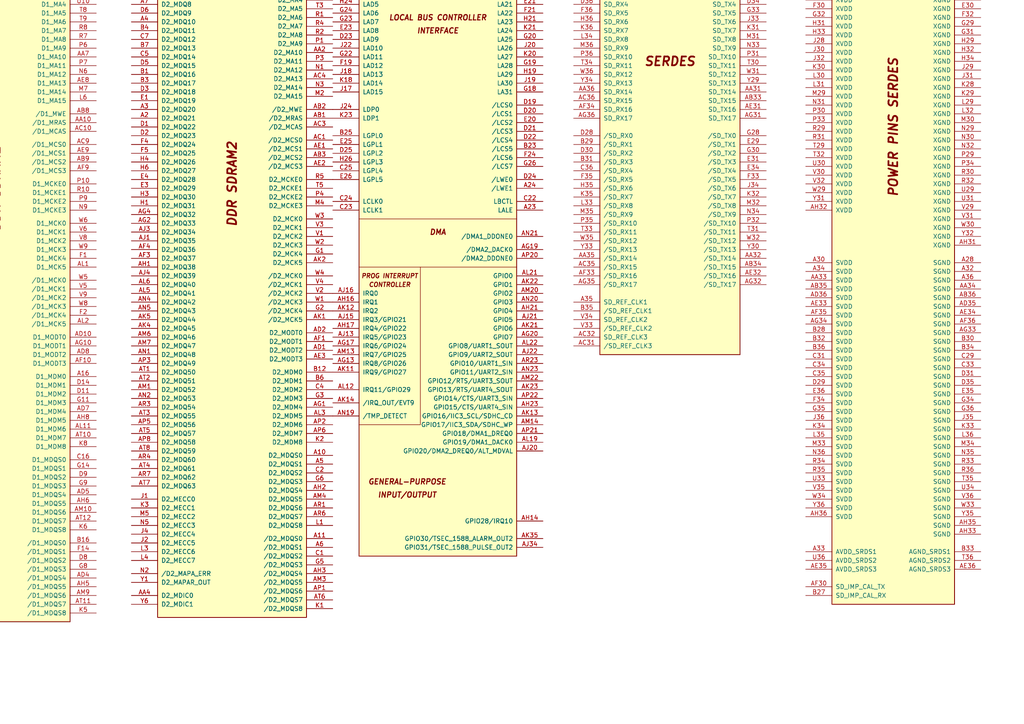
<source format=kicad_sch>
(kicad_sch (version 20250114) (generator "eeschema") (generator_version "9.0")
  (paper "A4")
  (lib_symbols
    (symbol "CPU:P4080-BGA1295" (pin_names (offset 1.016))
      (property "Reference" "U" (at 1.27 19.05 0))
      (property "Value" "P4080-BGA1295" (at 1.27 16.51 0))
      (symbol "P4080-BGA1295_1_1"
        (text "DDR SDRAM1" (at 1.27 26.67 900) (effects (font (size 2.54 2.54) (bold yes) (italic yes))))
        (pin bidirectional line (at -27.94 99.06 0) (length 7.62) (name "D1_MDQ0") (number "A17"))
        (pin bidirectional line (at -27.94 96.52 0) (length 7.62) (name "D1_MDQ1") (number "D17"))
        (pin bidirectional line (at -27.94 93.98 0) (length 7.62) (name "D1_MDQ2") (number "C14"))
        (pin bidirectional line (at -27.94 91.44 0) (length 7.62) (name "D1_MDQ3") (number "A14"))
        (pin bidirectional line (at -27.94 88.9 0) (length 7.62) (name "D1_MDQ4") (number "C17"))
        (pin bidirectional line (at -27.94 86.36 0) (length 7.62) (name "D1_MDQ5") (number "B17"))
        (pin bidirectional line (at -27.94 83.82 0) (length 7.62) (name "D1_MDQ6") (number "A15"))
        (pin bidirectional line (at -27.94 81.28 0) (length 7.62) (name "D1_MDQ7") (number "B15"))
        (pin bidirectional line (at -27.94 78.74 0) (length 7.62) (name "D1_MDQ8") (number "D15"))
        (pin bidirectional line (at -27.94 76.2 0) (length 7.62) (name "D1_MDQ9") (number "G15"))
        (pin bidirectional line (at -27.94 73.66 0) (length 7.62) (name "D1_MDQ10") (number "E12"))
        (pin bidirectional line (at -27.94 71.12 0) (length 7.62) (name "D1_MDQ11") (number "G12"))
        (pin bidirectional line (at -27.94 68.58 0) (length 7.62) (name "D1_MDQ12") (number "F16"))
        (pin bidirectional line (at -27.94 66.04 0) (length 7.62) (name "D1_MDQ13") (number "E15"))
        (pin bidirectional line (at -27.94 63.5 0) (length 7.62) (name "D1_MDQ14") (number "E13"))
        (pin bidirectional line (at -27.94 60.96 0) (length 7.62) (name "D1_MDQ15") (number "F13"))
        (pin bidirectional line (at -27.94 58.42 0) (length 7.62) (name "D1_MDQ16") (number "C8"))
        (pin bidirectional line (at -27.94 55.88 0) (length 7.62) (name "D1_MDQ17") (number "D12"))
        (pin bidirectional line (at -27.94 53.34 0) (length 7.62) (name "D1_MDQ18") (number "E9"))
        (pin bidirectional line (at -27.94 50.8 0) (length 7.62) (name "D1_MDQ19") (number "E10"))
        (pin bidirectional line (at -27.94 48.26 0) (length 7.62) (name "D1_MDQ20") (number "C11"))
        (pin bidirectional line (at -27.94 45.72 0) (length 7.62) (name "D1_MDQ21") (number "C10"))
        (pin bidirectional line (at -27.94 43.18 0) (length 7.62) (name "D1_MDQ22") (number "E6"))
        (pin bidirectional line (at -27.94 40.64 0) (length 7.62) (name "D1_MDQ23") (number "E7"))
        (pin bidirectional line (at -27.94 38.1 0) (length 7.62) (name "D1_MDQ24") (number "F7"))
        (pin bidirectional line (at -27.94 35.56 0) (length 7.62) (name "D1_MDQ25") (number "F11"))
        (pin bidirectional line (at -27.94 33.02 0) (length 7.62) (name "D1_MDQ26") (number "H10"))
        (pin bidirectional line (at -27.94 30.48 0) (length 7.62) (name "D1_MDQ27") (number "J10"))
        (pin bidirectional line (at -27.94 27.94 0) (length 7.62) (name "D1_MDQ28") (number "F10"))
        (pin bidirectional line (at -27.94 25.4 0) (length 7.62) (name "D1_MDQ29") (number "F8"))
        (pin bidirectional line (at -27.94 22.86 0) (length 7.62) (name "D1_MDQ30") (number "H7"))
        (pin bidirectional line (at -27.94 20.32 0) (length 7.62) (name "D1_MDQ31") (number "H9"))
        (pin bidirectional line (at -27.94 17.78 0) (length 7.62) (name "D1_MDQ32") (number "AC7"))
        (pin bidirectional line (at -27.94 15.24 0) (length 7.62) (name "D1_MDQ33") (number "AC6"))
        (pin bidirectional line (at -27.94 12.7 0) (length 7.62) (name "D1_MDQ34") (number "AF6"))
        (pin bidirectional line (at -27.94 10.16 0) (length 7.62) (name "D1_MDQ35") (number "AF7"))
        (pin bidirectional line (at -27.94 7.62 0) (length 7.62) (name "D1_MDQ36") (number "AB5"))
        (pin bidirectional line (at -27.94 5.08 0) (length 7.62) (name "D1_MDQ37") (number "AB6"))
        (pin bidirectional line (at -27.94 2.54 0) (length 7.62) (name "D1_MDQ38") (number "AE5"))
        (pin bidirectional line (at -27.94 0 0) (length 7.62) (name "D1_MDQ39") (number "AE6"))
        (pin bidirectional line (at -27.94 -2.54 0) (length 7.62) (name "D1_MDQ40") (number "AG5"))
        (pin bidirectional line (at -27.94 -5.08 0) (length 7.62) (name "D1_MDQ41") (number "AH9"))
        (pin bidirectional line (at -27.94 -7.62 0) (length 7.62) (name "D1_MDQ42") (number "AJ9"))
        (pin bidirectional line (at -27.94 -10.16 0) (length 7.62) (name "D1_MDQ43") (number "AJ10"))
        (pin bidirectional line (at -27.94 -12.7 0) (length 7.62) (name "D1_MDQ44") (number "AG8"))
        (pin bidirectional line (at -27.94 -15.24 0) (length 7.62) (name "D1_MDQ45") (number "AG7"))
        (pin bidirectional line (at -27.94 -17.78 0) (length 7.62) (name "D1_MDQ46") (number "AJ6"))
        (pin bidirectional line (at -27.94 -20.32 0) (length 7.62) (name "D1_MDQ47") (number "AJ7"))
        (pin bidirectional line (at -27.94 -22.86 0) (length 7.62) (name "D1_MDQ48") (number "AL9"))
        (pin bidirectional line (at -27.94 -25.4 0) (length 7.62) (name "D1_MDQ49") (number "AL8"))
        (pin bidirectional line (at -27.94 -27.94 0) (length 7.62) (name "D1_MDQ50") (number "AN10"))
        (pin bidirectional line (at -27.94 -30.48 0) (length 7.62) (name "D1_MDQ51") (number "AN11"))
        (pin bidirectional line (at -27.94 -33.02 0) (length 7.62) (name "D1_MDQ52") (number "AK8"))
        (pin bidirectional line (at -27.94 -35.56 0) (length 7.62) (name "D1_MDQ53") (number "AK7"))
        (pin bidirectional line (at -27.94 -38.1 0) (length 7.62) (name "D1_MDQ54") (number "AN7"))
        (pin bidirectional line (at -27.94 -40.64 0) (length 7.62) (name "D1_MDQ55") (number "AN8"))
        (pin bidirectional line (at -27.94 -43.18 0) (length 7.62) (name "D1_MDQ56") (number "AT9"))
        (pin bidirectional line (at -27.94 -45.72 0) (length 7.62) (name "D1_MDQ57") (number "AR10"))
        (pin bidirectional line (at -27.94 -48.26 0) (length 7.62) (name "D1_MDQ58") (number "AT13"))
        (pin bidirectional line (at -27.94 -50.8 0) (length 7.62) (name "D1_MDQ59") (number "AR13"))
        (pin bidirectional line (at -27.94 -53.34 0) (length 7.62) (name "D1_MDQ60") (number "AP9"))
        (pin bidirectional line (at -27.94 -55.88 0) (length 7.62) (name "D1_MDQ61") (number "AR9"))
        (pin bidirectional line (at -27.94 -58.42 0) (length 7.62) (name "D1_MDQ62") (number "AR12"))
        (pin bidirectional line (at -27.94 -60.96 0) (length 7.62) (name "D1_MDQ63") (number "AP12"))
        (pin bidirectional line (at -27.94 -64.77 0) (length 7.62) (name "D1_MECC0") (number "K9"))
        (pin bidirectional line (at -27.94 -67.31 0) (length 7.62) (name "D1_MECC1") (number "J5"))
        (pin bidirectional line (at -27.94 -69.85 0) (length 7.62) (name "D1_MECC2") (number "L10"))
        (pin bidirectional line (at -27.94 -72.39 0) (length 7.62) (name "D1_MECC3") (number "M10"))
        (pin bidirectional line (at -27.94 -74.93 0) (length 7.62) (name "D1_MECC4") (number "J8"))
        (pin bidirectional line (at -27.94 -77.47 0) (length 7.62) (name "D1_MECC5") (number "J7"))
        (pin bidirectional line (at -27.94 -80.01 0) (length 7.62) (name "D1_MECC6") (number "L7"))
        (pin bidirectional line (at -27.94 -82.55 0) (length 7.62) (name "D1_MECC7") (number "L9"))
        (pin input line (at -27.94 -86.36 0) (length 7.62) (name "/D1_MAPAR_ERR") (number "N8"))
        (pin output line (at -27.94 -88.9 0) (length 7.62) (name "D1_MAPAR_OUT") (number "Y7"))
        (pin bidirectional line (at -27.94 -92.71 0) (length 7.62) (name "D1_MDIC0") (number "T6"))
        (pin bidirectional line (at -27.94 -95.25 0) (length 7.62) (name "D1_MDIC1") (number "AA5"))
        (pin output line (at 30.48 99.06 180) (length 7.62) (name "D1_MBA0") (number "AA8"))
        (pin output line (at 30.48 96.52 180) (length 7.62) (name "D1_MBA1") (number "Y10"))
        (pin output line (at 30.48 93.98 180) (length 7.62) (name "D1_MBA2") (number "M8"))
        (pin output line (at 30.48 90.17 180) (length 7.62) (name "D1_MA0") (number "Y9"))
        (pin output line (at 30.48 87.63 180) (length 7.62) (name "D1_MA1") (number "U6"))
        (pin output line (at 30.48 85.09 180) (length 7.62) (name "D1_MA2") (number "U7"))
        (pin output line (at 30.48 82.55 180) (length 7.62) (name "D1_MA3") (number "U9"))
        (pin output line (at 30.48 80.01 180) (length 7.62) (name "D1_MA4") (number "U10"))
        (pin output line (at 30.48 77.47 180) (length 7.62) (name "D1_MA5") (number "T8"))
        (pin output line (at 30.48 74.93 180) (length 7.62) (name "D1_MA6") (number "T9"))
        (pin output line (at 30.48 72.39 180) (length 7.62) (name "D1_MA7") (number "R8"))
        (pin output line (at 30.48 69.85 180) (length 7.62) (name "D1_MA8") (number "R7"))
        (pin output line (at 30.48 67.31 180) (length 7.62) (name "D1_MA9") (number "P6"))
        (pin output line (at 30.48 64.77 180) (length 7.62) (name "D1_MA10") (number "AA7"))
        (pin output line (at 30.48 62.23 180) (length 7.62) (name "D1_MA11") (number "P7"))
        (pin output line (at 30.48 59.69 180) (length 7.62) (name "D1_MA12") (number "N6"))
        (pin output line (at 30.48 57.15 180) (length 7.62) (name "D1_MA13") (number "AE8"))
        (pin output line (at 30.48 54.61 180) (length 7.62) (name "D1_MA14") (number "M7"))
        (pin output line (at 30.48 52.07 180) (length 7.62) (name "D1_MA15") (number "L6"))
        (pin output line (at 30.48 48.26 180) (length 7.62) (name "/D1_MWE") (number "AB8"))
        (pin output line (at 30.48 45.72 180) (length 7.62) (name "/D1_MRAS") (number "AA10"))
        (pin output line (at 30.48 43.18 180) (length 7.62) (name "/D1_MCAS") (number "AC10"))
        (pin output line (at 30.48 39.37 180) (length 7.62) (name "/D1_MCS0") (number "AC9"))
        (pin output line (at 30.48 36.83 180) (length 7.62) (name "/D1_MCS1") (number "AE9"))
        (pin output line (at 30.48 34.29 180) (length 7.62) (name "/D1_MCS2") (number "AB9"))
        (pin output line (at 30.48 31.75 180) (length 7.62) (name "/D1_MCS3") (number "AF9"))
        (pin output line (at 30.48 27.94 180) (length 7.62) (name "D1_MCKE0") (number "P10"))
        (pin output line (at 30.48 25.4 180) (length 7.62) (name "D1_MCKE1") (number "R10"))
        (pin output line (at 30.48 22.86 180) (length 7.62) (name "D1_MCKE2") (number "P9"))
        (pin output line (at 30.48 20.32 180) (length 7.62) (name "D1_MCKE3") (number "N9"))
        (pin output line (at 30.48 16.51 180) (length 7.62) (name "D1_MCK0") (number "W6"))
        (pin output line (at 30.48 13.97 180) (length 7.62) (name "D1_MCK1") (number "V6"))
        (pin output line (at 30.48 11.43 180) (length 7.62) (name "D1_MCK2") (number "V8"))
        (pin output line (at 30.48 8.89 180) (length 7.62) (name "D1_MCK3") (number "W9"))
        (pin output line (at 30.48 6.35 180) (length 7.62) (name "D1_MCK4") (number "F1"))
        (pin output line (at 30.48 3.81 180) (length 7.62) (name "D1_MCK5") (number "AL1"))
        (pin output line (at 30.48 0 180) (length 7.62) (name "/D1_MCK0") (number "W5"))
        (pin output line (at 30.48 -2.54 180) (length 7.62) (name "/D1_MCK1") (number "V5"))
        (pin output line (at 30.48 -5.08 180) (length 7.62) (name "/D1_MCK2") (number "V9"))
        (pin output line (at 30.48 -7.62 180) (length 7.62) (name "/D1_MCK3") (number "W8"))
        (pin output line (at 30.48 -10.16 180) (length 7.62) (name "/D1_MCK4") (number "F2"))
        (pin output line (at 30.48 -12.7 180) (length 7.62) (name "/D1_MCK5") (number "AL2"))
        (pin output line (at 30.48 -16.51 180) (length 7.62) (name "D1_MODT0") (number "AD10"))
        (pin output line (at 30.48 -19.05 180) (length 7.62) (name "D1_MODT1") (number "AG10"))
        (pin output line (at 30.48 -21.59 180) (length 7.62) (name "D1_MODT2") (number "AD8"))
        (pin output line (at 30.48 -24.13 180) (length 7.62) (name "D1_MODT3") (number "AF10"))
        (pin output line (at 30.48 -27.94 180) (length 7.62) (name "D1_MDM0") (number "A16"))
        (pin output line (at 30.48 -30.48 180) (length 7.62) (name "D1_MDM1") (number "D14"))
        (pin output line (at 30.48 -33.02 180) (length 7.62) (name "D1_MDM2") (number "D11"))
        (pin output line (at 30.48 -35.56 180) (length 7.62) (name "D1_MDM3") (number "G11"))
        (pin output line (at 30.48 -38.1 180) (length 7.62) (name "D1_MDM4") (number "AD7"))
        (pin output line (at 30.48 -40.64 180) (length 7.62) (name "D1_MDM5") (number "AH8"))
        (pin output line (at 30.48 -43.18 180) (length 7.62) (name "D1_MDM6") (number "AL11"))
        (pin output line (at 30.48 -45.72 180) (length 7.62) (name "D1_MDM7") (number "AT10"))
        (pin output line (at 30.48 -48.26 180) (length 7.62) (name "D1_MDM8") (number "K8"))
        (pin bidirectional line (at 30.48 -52.07 180) (length 7.62) (name "D1_MDQS0") (number "C16"))
        (pin bidirectional line (at 30.48 -54.61 180) (length 7.62) (name "D1_MDQS1") (number "G14"))
        (pin bidirectional line (at 30.48 -57.15 180) (length 7.62) (name "D1_MDQS2") (number "D9"))
        (pin bidirectional line (at 30.48 -59.69 180) (length 7.62) (name "D1_MDQS3") (number "G9"))
        (pin bidirectional line (at 30.48 -62.23 180) (length 7.62) (name "D1_MDQS4") (number "AD5"))
        (pin bidirectional line (at 30.48 -64.77 180) (length 7.62) (name "D1_MDQS5") (number "AH6"))
        (pin bidirectional line (at 30.48 -67.31 180) (length 7.62) (name "D1_MDQS6") (number "AM10"))
        (pin bidirectional line (at 30.48 -69.85 180) (length 7.62) (name "D1_MDQS7") (number "AT12"))
        (pin bidirectional line (at 30.48 -72.39 180) (length 7.62) (name "D1_MDQS8") (number "K6"))
        (pin bidirectional line (at 30.48 -76.2 180) (length 7.62) (name "/D1_MDQS0") (number "B16"))
        (pin bidirectional line (at 30.48 -78.74 180) (length 7.62) (name "/D1_MDQS1") (number "F14"))
        (pin bidirectional line (at 30.48 -81.28 180) (length 7.62) (name "/D1_MDQS2") (number "D8"))
        (pin bidirectional line (at 30.48 -83.82 180) (length 7.62) (name "/D1_MDQS3") (number "G8"))
        (pin bidirectional line (at 30.48 -86.36 180) (length 7.62) (name "/D1_MDQS4") (number "AD4"))
        (pin bidirectional line (at 30.48 -88.9 180) (length 7.62) (name "/D1_MDQS5") (number "AH5"))
        (pin bidirectional line (at 30.48 -91.44 180) (length 7.62) (name "/D1_MDQS6") (number "AM9"))
        (pin bidirectional line (at 30.48 -93.98 180) (length 7.62) (name "/D1_MDQS7") (number "AT11"))
        (pin bidirectional line (at 30.48 -96.52 180) (length 7.62) (name "/D1_MDQS8") (number "K5"))
      )
      (symbol "P4080-BGA1295_2_1"
        (text "DDR SDRAM2" (at 1.27 26.67 900) (effects (font (size 2.54 2.54) (bold yes) (italic yes))))
        (pin bidirectional line (at -27.94 99.06 0) (length 7.62) (name "D2_MDQ0") (number "C13"))
        (pin bidirectional line (at -27.94 96.52 0) (length 7.62) (name "D2_MDQ1") (number "A12"))
        (pin bidirectional line (at -27.94 93.98 0) (length 7.62) (name "D2_MDQ2") (number "B9"))
        (pin bidirectional line (at -27.94 91.44 0) (length 7.62) (name "D2_MDQ3") (number "A8"))
        (pin bidirectional line (at -27.94 88.9 0) (length 7.62) (name "D2_MDQ4") (number "A13"))
        (pin bidirectional line (at -27.94 86.36 0) (length 7.62) (name "D2_MDQ5") (number "B13"))
        (pin bidirectional line (at -27.94 83.82 0) (length 7.62) (name "D2_MDQ6") (number "B10"))
        (pin bidirectional line (at -27.94 81.28 0) (length 7.62) (name "D2_MDQ7") (number "A9"))
        (pin bidirectional line (at -27.94 78.74 0) (length 7.62) (name "D2_MDQ8") (number "A7"))
        (pin bidirectional line (at -27.94 76.2 0) (length 7.62) (name "D2_MDQ9") (number "D6"))
        (pin bidirectional line (at -27.94 73.66 0) (length 7.62) (name "D2_MDQ10") (number "A4"))
        (pin bidirectional line (at -27.94 71.12 0) (length 7.62) (name "D2_MDQ11") (number "B4"))
        (pin bidirectional line (at -27.94 68.58 0) (length 7.62) (name "D2_MDQ12") (number "C7"))
        (pin bidirectional line (at -27.94 66.04 0) (length 7.62) (name "D2_MDQ13") (number "B7"))
        (pin bidirectional line (at -27.94 63.5 0) (length 7.62) (name "D2_MDQ14") (number "C5"))
        (pin bidirectional line (at -27.94 60.96 0) (length 7.62) (name "D2_MDQ15") (number "D5"))
        (pin bidirectional line (at -27.94 58.42 0) (length 7.62) (name "D2_MDQ16") (number "B1"))
        (pin bidirectional line (at -27.94 55.88 0) (length 7.62) (name "D2_MDQ17") (number "B3"))
        (pin bidirectional line (at -27.94 53.34 0) (length 7.62) (name "D2_MDQ18") (number "D3"))
        (pin bidirectional line (at -27.94 50.8 0) (length 7.62) (name "D2_MDQ19") (number "E1"))
        (pin bidirectional line (at -27.94 48.26 0) (length 7.62) (name "D2_MDQ20") (number "A3"))
        (pin bidirectional line (at -27.94 45.72 0) (length 7.62) (name "D2_MDQ21") (number "A2"))
        (pin bidirectional line (at -27.94 43.18 0) (length 7.62) (name "D2_MDQ22") (number "D1"))
        (pin bidirectional line (at -27.94 40.64 0) (length 7.62) (name "D2_MDQ23") (number "D2"))
        (pin bidirectional line (at -27.94 38.1 0) (length 7.62) (name "D2_MDQ24") (number "F4"))
        (pin bidirectional line (at -27.94 35.56 0) (length 7.62) (name "D2_MDQ25") (number "F5"))
        (pin bidirectional line (at -27.94 33.02 0) (length 7.62) (name "D2_MDQ26") (number "H4"))
        (pin bidirectional line (at -27.94 30.48 0) (length 7.62) (name "D2_MDQ27") (number "H6"))
        (pin bidirectional line (at -27.94 27.94 0) (length 7.62) (name "D2_MDQ28") (number "E4"))
        (pin bidirectional line (at -27.94 25.4 0) (length 7.62) (name "D2_MDQ29") (number "E3"))
        (pin bidirectional line (at -27.94 22.86 0) (length 7.62) (name "D2_MDQ30") (number "H3"))
        (pin bidirectional line (at -27.94 20.32 0) (length 7.62) (name "D2_MDQ31") (number "H1"))
        (pin bidirectional line (at -27.94 17.78 0) (length 7.62) (name "D2_MDQ32") (number "AG4"))
        (pin bidirectional line (at -27.94 15.24 0) (length 7.62) (name "D2_MDQ33") (number "AG2"))
        (pin bidirectional line (at -27.94 12.7 0) (length 7.62) (name "D2_MDQ34") (number "AJ3"))
        (pin bidirectional line (at -27.94 10.16 0) (length 7.62) (name "D2_MDQ35") (number "AJ1"))
        (pin bidirectional line (at -27.94 7.62 0) (length 7.62) (name "D2_MDQ36") (number "AF4"))
        (pin bidirectional line (at -27.94 5.08 0) (length 7.62) (name "D2_MDQ37") (number "AF3"))
        (pin bidirectional line (at -27.94 2.54 0) (length 7.62) (name "D2_MDQ38") (number "AH1"))
        (pin bidirectional line (at -27.94 0 0) (length 7.62) (name "D2_MDQ39") (number "AJ4"))
        (pin bidirectional line (at -27.94 -2.54 0) (length 7.62) (name "D2_MDQ40") (number "AL6"))
        (pin bidirectional line (at -27.94 -5.08 0) (length 7.62) (name "D2_MDQ41") (number "AL5"))
        (pin bidirectional line (at -27.94 -7.62 0) (length 7.62) (name "D2_MDQ42") (number "AN4"))
        (pin bidirectional line (at -27.94 -10.16 0) (length 7.62) (name "D2_MDQ43") (number "AN5"))
        (pin bidirectional line (at -27.94 -12.7 0) (length 7.62) (name "D2_MDQ44") (number "AK5"))
        (pin bidirectional line (at -27.94 -15.24 0) (length 7.62) (name "D2_MDQ45") (number "AK4"))
        (pin bidirectional line (at -27.94 -17.78 0) (length 7.62) (name "D2_MDQ46") (number "AM6"))
        (pin bidirectional line (at -27.94 -20.32 0) (length 7.62) (name "D2_MDQ47") (number "AM7"))
        (pin bidirectional line (at -27.94 -22.86 0) (length 7.62) (name "D2_MDQ48") (number "AN1"))
        (pin bidirectional line (at -27.94 -25.4 0) (length 7.62) (name "D2_MDQ49") (number "AP3"))
        (pin bidirectional line (at -27.94 -27.94 0) (length 7.62) (name "D2_MDQ50") (number "AT1"))
        (pin bidirectional line (at -27.94 -30.48 0) (length 7.62) (name "D2_MDQ51") (number "AT2"))
        (pin bidirectional line (at -27.94 -33.02 0) (length 7.62) (name "D2_MDQ52") (number "AM1"))
        (pin bidirectional line (at -27.94 -35.56 0) (length 7.62) (name "D2_MDQ53") (number "AN2"))
        (pin bidirectional line (at -27.94 -38.1 0) (length 7.62) (name "D2_MDQ54") (number "AR3"))
        (pin bidirectional line (at -27.94 -40.64 0) (length 7.62) (name "D2_MDQ55") (number "AT3"))
        (pin bidirectional line (at -27.94 -43.18 0) (length 7.62) (name "D2_MDQ56") (number "AP5"))
        (pin bidirectional line (at -27.94 -45.72 0) (length 7.62) (name "D2_MDQ57") (number "AT5"))
        (pin bidirectional line (at -27.94 -48.26 0) (length 7.62) (name "D2_MDQ58") (number "AP8"))
        (pin bidirectional line (at -27.94 -50.8 0) (length 7.62) (name "D2_MDQ59") (number "AT8"))
        (pin bidirectional line (at -27.94 -53.34 0) (length 7.62) (name "D2_MDQ60") (number "AR4"))
        (pin bidirectional line (at -27.94 -55.88 0) (length 7.62) (name "D2_MDQ61") (number "AT4"))
        (pin bidirectional line (at -27.94 -58.42 0) (length 7.62) (name "D2_MDQ62") (number "AR7"))
        (pin bidirectional line (at -27.94 -60.96 0) (length 7.62) (name "D2_MDQ63") (number "AT7"))
        (pin bidirectional line (at -27.94 -64.77 0) (length 7.62) (name "D2_MECC0") (number "J1"))
        (pin bidirectional line (at -27.94 -67.31 0) (length 7.62) (name "D2_MECC1") (number "K3"))
        (pin bidirectional line (at -27.94 -69.85 0) (length 7.62) (name "D2_MECC2") (number "M5"))
        (pin bidirectional line (at -27.94 -72.39 0) (length 7.62) (name "D2_MECC3") (number "N5"))
        (pin bidirectional line (at -27.94 -74.93 0) (length 7.62) (name "D2_MECC4") (number "J4"))
        (pin bidirectional line (at -27.94 -77.47 0) (length 7.62) (name "D2_MECC5") (number "J2"))
        (pin bidirectional line (at -27.94 -80.01 0) (length 7.62) (name "D2_MECC6") (number "L3"))
        (pin bidirectional line (at -27.94 -82.55 0) (length 7.62) (name "D2_MECC7") (number "L4"))
        (pin input line (at -27.94 -86.36 0) (length 7.62) (name "/D2_MAPA_ERR") (number "N2"))
        (pin output line (at -27.94 -88.9 0) (length 7.62) (name "D2_MAPAR_OUT") (number "Y1"))
        (pin bidirectional line (at -27.94 -92.71 0) (length 7.62) (name "D2_MDIC0") (number "AA4"))
        (pin bidirectional line (at -27.94 -95.25 0) (length 7.62) (name "D2_MDIC1") (number "Y6"))
        (pin output line (at 30.48 99.06 180) (length 7.62) (name "D2_MBA0") (number "AA3"))
        (pin output line (at 30.48 96.52 180) (length 7.62) (name "D2_MBA1") (number "AA1"))
        (pin output line (at 30.48 93.98 180) (length 7.62) (name "D2_MBA2") (number "M1"))
        (pin output line (at 30.48 90.17 180) (length 7.62) (name "D2_MA0") (number "Y4"))
        (pin output line (at 30.48 87.63 180) (length 7.62) (name "D2_MA1") (number "U1"))
        (pin output line (at 30.48 85.09 180) (length 7.62) (name "D2_MA2") (number "U4"))
        (pin output line (at 30.48 82.55 180) (length 7.62) (name "D2_MA3") (number "T1"))
        (pin output line (at 30.48 80.01 180) (length 7.62) (name "D2_MA4") (number "T2"))
        (pin output line (at 30.48 77.47 180) (length 7.62) (name "D2_MA5") (number "T3"))
        (pin output line (at 30.48 74.93 180) (length 7.62) (name "D2_MA6") (number "R1"))
        (pin output line (at 30.48 72.39 180) (length 7.62) (name "D2_MA7") (number "R4"))
        (pin output line (at 30.48 69.85 180) (length 7.62) (name "D2_MA8") (number "R2"))
        (pin output line (at 30.48 67.31 180) (length 7.62) (name "D2_MA9") (number "P1"))
        (pin output line (at 30.48 64.77 180) (length 7.62) (name "D2_MA10") (number "AA2"))
        (pin output line (at 30.48 62.23 180) (length 7.62) (name "D2_MA11") (number "P3"))
        (pin output line (at 30.48 59.69 180) (length 7.62) (name "D2_MA12") (number "N1"))
        (pin output line (at 30.48 57.15 180) (length 7.62) (name "D2_MA13") (number "AC4"))
        (pin output line (at 30.48 54.61 180) (length 7.62) (name "D2_MA14") (number "N3"))
        (pin output line (at 30.48 52.07 180) (length 7.62) (name "D2_MA15") (number "M2"))
        (pin output line (at 30.48 48.26 180) (length 7.62) (name "/D2_MWE") (number "AB2"))
        (pin output line (at 30.48 45.72 180) (length 7.62) (name "/D2_MRAS") (number "AB1"))
        (pin output line (at 30.48 43.18 180) (length 7.62) (name "/D2_MCAS") (number "AC3"))
        (pin output line (at 30.48 39.37 180) (length 7.62) (name "/D2_MCS0") (number "AC1"))
        (pin output line (at 30.48 36.83 180) (length 7.62) (name "/D2_MCS1") (number "AE1"))
        (pin output line (at 30.48 34.29 180) (length 7.62) (name "/D2_MCS2") (number "AB3"))
        (pin output line (at 30.48 31.75 180) (length 7.62) (name "/D2_MCS3") (number "AE2"))
        (pin output line (at 30.48 27.94 180) (length 7.62) (name "D2_MCKE0") (number "R5"))
        (pin output line (at 30.48 25.4 180) (length 7.62) (name "D2_MCKE1") (number "T5"))
        (pin output line (at 30.48 22.86 180) (length 7.62) (name "D2_MCKE2") (number "P4"))
        (pin output line (at 30.48 20.32 180) (length 7.62) (name "D2_MCKE3") (number "M4"))
        (pin output line (at 30.48 16.51 180) (length 7.62) (name "D2_MCK0") (number "W3"))
        (pin output line (at 30.48 13.97 180) (length 7.62) (name "D2_MCK1") (number "V3"))
        (pin output line (at 30.48 11.43 180) (length 7.62) (name "D2_MCK2") (number "V1"))
        (pin output line (at 30.48 8.89 180) (length 7.62) (name "D2_MCK3") (number "W2"))
        (pin output line (at 30.48 6.35 180) (length 7.62) (name "D2_MCK4") (number "G1"))
        (pin output line (at 30.48 3.81 180) (length 7.62) (name "D2_MCK5") (number "AK2"))
        (pin output line (at 30.48 0 180) (length 7.62) (name "/D2_MCK0") (number "W4"))
        (pin output line (at 30.48 -2.54 180) (length 7.62) (name "/D2_MCK1") (number "V4"))
        (pin output line (at 30.48 -5.08 180) (length 7.62) (name "/D2_MCK2") (number "V2"))
        (pin output line (at 30.48 -7.62 180) (length 7.62) (name "/D2_MCK3") (number "W1"))
        (pin output line (at 30.48 -10.16 180) (length 7.62) (name "/D2_MCK4") (number "G2"))
        (pin output line (at 30.48 -12.7 180) (length 7.62) (name "/D2_MCK5") (number "AK1"))
        (pin output line (at 30.48 -16.51 180) (length 7.62) (name "D2_MODT0") (number "AD2"))
        (pin output line (at 30.48 -19.05 180) (length 7.62) (name "D2_MODT1") (number "AF1"))
        (pin output line (at 30.48 -21.59 180) (length 7.62) (name "D2_MODT2") (number "AD1"))
        (pin output line (at 30.48 -24.13 180) (length 7.62) (name "D2_MODT3") (number "AE3"))
        (pin output line (at 30.48 -27.94 180) (length 7.62) (name "D2_MDM0") (number "B12"))
        (pin output line (at 30.48 -30.48 180) (length 7.62) (name "D2_MDM1") (number "B6"))
        (pin output line (at 30.48 -33.02 180) (length 7.62) (name "D2_MDM2") (number "C4"))
        (pin output line (at 30.48 -35.56 180) (length 7.62) (name "D2_MDM3") (number "G3"))
        (pin output line (at 30.48 -38.1 180) (length 7.62) (name "D2_MDM4") (number "AG1"))
        (pin output line (at 30.48 -40.64 180) (length 7.62) (name "D2_MDM5") (number "AL3"))
        (pin output line (at 30.48 -43.18 180) (length 7.62) (name "D2_MDM6") (number "AP2"))
        (pin output line (at 30.48 -45.72 180) (length 7.62) (name "D2_MDM7") (number "AP6"))
        (pin output line (at 30.48 -48.26 180) (length 7.62) (name "D2_MDM8") (number "K2"))
        (pin bidirectional line (at 30.48 -52.07 180) (length 7.62) (name "D2_MDQS0") (number "A10"))
        (pin bidirectional line (at 30.48 -54.61 180) (length 7.62) (name "D2_MDQS1") (number "A5"))
        (pin bidirectional line (at 30.48 -57.15 180) (length 7.62) (name "D2_MDQS2") (number "C2"))
        (pin bidirectional line (at 30.48 -59.69 180) (length 7.62) (name "D2_MDQS3") (number "G6"))
        (pin bidirectional line (at 30.48 -62.23 180) (length 7.62) (name "D2_MDQS4") (number "AH2"))
        (pin bidirectional line (at 30.48 -64.77 180) (length 7.62) (name "D2_MDQS5") (number "AM4"))
        (pin bidirectional line (at 30.48 -67.31 180) (length 7.62) (name "D2_MDQS6") (number "AR1"))
        (pin bidirectional line (at 30.48 -69.85 180) (length 7.62) (name "D2_MDQS7") (number "AR6"))
        (pin bidirectional line (at 30.48 -72.39 180) (length 7.62) (name "D2_MDQS8") (number "L1"))
        (pin bidirectional line (at 30.48 -76.2 180) (length 7.62) (name "/D2_MDQS0") (number "A11"))
        (pin bidirectional line (at 30.48 -78.74 180) (length 7.62) (name "/D2_MDQS1") (number "A6"))
        (pin bidirectional line (at 30.48 -81.28 180) (length 7.62) (name "/D2_MDQS2") (number "C1"))
        (pin bidirectional line (at 30.48 -83.82 180) (length 7.62) (name "/D2_MDQS3") (number "G5"))
        (pin bidirectional line (at 30.48 -86.36 180) (length 7.62) (name "/D2_MDQS4") (number "AH3"))
        (pin bidirectional line (at 30.48 -88.9 180) (length 7.62) (name "/D2_MDQS5") (number "AM3"))
        (pin bidirectional line (at 30.48 -91.44 180) (length 7.62) (name "/D2_MDQS6") (number "AP1"))
        (pin bidirectional line (at 30.48 -93.98 180) (length 7.62) (name "/D2_MDQS7") (number "AT6"))
        (pin bidirectional line (at 30.48 -96.52 180) (length 7.62) (name "/D2_MDQS8") (number "K1"))
      )
      (symbol "P4080-BGA1295_3_1"
        (text "PROG INTERRUPT" (at -13.97 -5.08 0) (effects (font (size 1.27 1.27) (bold yes) (italic yes))))
        (text "CONTROLLER" (at -13.97 -7.62 0) (effects (font (size 1.27 1.27) (bold yes) (italic yes))))
        (text "GENERAL-PURPOSE" (at -8.89 -64.77 0) (effects (font (size 1.524 1.524) (bold yes) (italic yes))))
        (text "INPUT/OUTPUT" (at -8.89 -68.58 0) (effects (font (size 1.524 1.524) (bold yes) (italic yes))))
        (text "LOCAL BUS CONTROLLER" (at 0 69.85 0) (effects (font (size 1.524 1.524) (bold yes) (italic yes))))
        (text "INTERFACE" (at 0 66.04 0) (effects (font (size 1.524 1.524) (bold yes) (italic yes))))
        (text "DMA" (at 0 7.62 0) (effects (font (size 1.524 1.524) (bold yes) (italic yes))))
        (pin bidirectional line (at -30.48 86.36 0) (length 7.62) (name "LAD0") (number "K26"))
        (pin bidirectional line (at -30.48 83.82 0) (length 7.62) (name "LAD1") (number "L26"))
        (pin bidirectional line (at -30.48 81.28 0) (length 7.62) (name "LAD2") (number "J26"))
        (pin bidirectional line (at -30.48 78.74 0) (length 7.62) (name "LAD3") (number "H25"))
        (pin bidirectional line (at -30.48 76.2 0) (length 7.62) (name "LAD4") (number "F25"))
        (pin bidirectional line (at -30.48 73.66 0) (length 7.62) (name "LAD5") (number "H24"))
        (pin bidirectional line (at -30.48 71.12 0) (length 7.62) (name "LAD6") (number "G24"))
        (pin bidirectional line (at -30.48 68.58 0) (length 7.62) (name "LAD7") (number "G23"))
        (pin bidirectional line (at -30.48 66.04 0) (length 7.62) (name "LAD8") (number "E23"))
        (pin bidirectional line (at -30.48 63.5 0) (length 7.62) (name "LAD9") (number "D23"))
        (pin bidirectional line (at -30.48 60.96 0) (length 7.62) (name "LAD10") (number "J22"))
        (pin bidirectional line (at -30.48 58.42 0) (length 7.62) (name "LAD11") (number "G22"))
        (pin bidirectional line (at -30.48 55.88 0) (length 7.62) (name "LAD12") (number "F19"))
        (pin bidirectional line (at -30.48 53.34 0) (length 7.62) (name "LAD13") (number "J18"))
        (pin bidirectional line (at -30.48 50.8 0) (length 7.62) (name "LAD14") (number "K18"))
        (pin bidirectional line (at -30.48 48.26 0) (length 7.62) (name "LAD15") (number "J17"))
        (pin bidirectional line (at -30.48 43.18 0) (length 7.62) (name "LDP0") (number "J24"))
        (pin bidirectional line (at -30.48 40.64 0) (length 7.62) (name "LDP1") (number "K23"))
        (pin output line (at -30.48 35.56 0) (length 7.62) (name "LGPL0") (number "B25"))
        (pin output line (at -30.48 33.02 0) (length 7.62) (name "LGPL1") (number "E25"))
        (pin output line (at -30.48 30.48 0) (length 7.62) (name "LGPL2") (number "D25"))
        (pin output line (at -30.48 27.94 0) (length 7.62) (name "LGPL3") (number "H26"))
        (pin bidirectional line (at -30.48 25.4 0) (length 7.62) (name "LGPL4") (number "C25"))
        (pin output line (at -30.48 22.86 0) (length 7.62) (name "LGPL5") (number "E26"))
        (pin output line (at -30.48 16.51 0) (length 7.62) (name "LCLK0") (number "C24"))
        (pin output line (at -30.48 13.97 0) (length 7.62) (name "LCLK1") (number "C23"))
        (pin input line (at -30.48 -10.16 0) (length 7.62) (name "IRQ0") (number "AJ16"))
        (pin input line (at -30.48 -12.7 0) (length 7.62) (name "IRQ1") (number "AH16"))
        (pin input line (at -30.48 -15.24 0) (length 7.62) (name "IRQ2") (number "AK12"))
        (pin input line (at -30.48 -17.78 0) (length 7.62) (name "IRQ3/GPIO21") (number "AJ15"))
        (pin input line (at -30.48 -20.32 0) (length 7.62) (name "IRQ4/GPIO22") (number "AH17"))
        (pin input line (at -30.48 -22.86 0) (length 7.62) (name "IRQ5/GPIO23") (number "AJ13"))
        (pin input line (at -30.48 -25.4 0) (length 7.62) (name "IRQ6/GPIO24") (number "AG17"))
        (pin input line (at -30.48 -27.94 0) (length 7.62) (name "IRQ7/GPIO25") (number "AM13"))
        (pin input line (at -30.48 -30.48 0) (length 7.62) (name "IRQ8/GPIO26") (number "AG13"))
        (pin input line (at -30.48 -33.02 0) (length 7.62) (name "IRQ9/GPIO27") (number "AK11"))
        (pin input line (at -30.48 -38.1 0) (length 7.62) (name "IRQ11/GPIO29") (number "AL12"))
        (pin output line (at -30.48 -41.91 0) (length 7.62) (name "/IRQ_OUT/EVT9") (number "AK14"))
        (pin input line (at -30.48 -45.72 0) (length 7.62) (name "/TMP_DETECT") (number "AN19"))
        (pin output line (at 30.48 86.36 180) (length 7.62) (name "LA16") (number "J25"))
        (pin output line (at 30.48 83.82 180) (length 7.62) (name "LA17") (number "G25"))
        (pin output line (at 30.48 81.28 180) (length 7.62) (name "LA18") (number "H23"))
        (pin output line (at 30.48 78.74 180) (length 7.62) (name "LA19") (number "F22"))
        (pin output line (at 30.48 76.2 180) (length 7.62) (name "LA20") (number "H22"))
        (pin output line (at 30.48 73.66 180) (length 7.62) (name "LA21") (number "E21"))
        (pin output line (at 30.48 71.12 180) (length 7.62) (name "LA22") (number "F21"))
        (pin output line (at 30.48 68.58 180) (length 7.62) (name "LA23") (number "H21"))
        (pin output line (at 30.48 66.04 180) (length 7.62) (name "LA24") (number "K21"))
        (pin output line (at 30.48 63.5 180) (length 7.62) (name "LA25") (number "G20"))
        (pin output line (at 30.48 60.96 180) (length 7.62) (name "LA26") (number "J20"))
        (pin output line (at 30.48 58.42 180) (length 7.62) (name "LA27") (number "K20"))
        (pin output line (at 30.48 55.88 180) (length 7.62) (name "LA28") (number "G19"))
        (pin output line (at 30.48 53.34 180) (length 7.62) (name "LA29") (number "H19"))
        (pin output line (at 30.48 50.8 180) (length 7.62) (name "LA30") (number "J19"))
        (pin output line (at 30.48 48.26 180) (length 7.62) (name "LA31") (number "G18"))
        (pin output line (at 30.48 44.45 180) (length 7.62) (name "/LCS0") (number "D19"))
        (pin output line (at 30.48 41.91 180) (length 7.62) (name "/LCS1") (number "D20"))
        (pin output line (at 30.48 39.37 180) (length 7.62) (name "/LCS2") (number "E20"))
        (pin output line (at 30.48 36.83 180) (length 7.62) (name "/LCS3") (number "D21"))
        (pin output line (at 30.48 34.29 180) (length 7.62) (name "/LCS4") (number "D22"))
        (pin output line (at 30.48 31.75 180) (length 7.62) (name "/LCS5") (number "B23"))
        (pin output line (at 30.48 29.21 180) (length 7.62) (name "/LCS6") (number "F24"))
        (pin output line (at 30.48 26.67 180) (length 7.62) (name "/LCS7") (number "G26"))
        (pin output line (at 30.48 22.86 180) (length 7.62) (name "/LWE0") (number "D24"))
        (pin output line (at 30.48 20.32 180) (length 7.62) (name "/LWE1") (number "A24"))
        (pin output line (at 30.48 16.51 180) (length 7.62) (name "LBCTL") (number "C22"))
        (pin bidirectional line (at 30.48 13.97 180) (length 7.62) (name "LALE") (number "A23"))
        (pin output line (at 30.48 6.35 180) (length 7.62) (name "/DMA1_DDONE0") (number "AN21"))
        (pin output line (at 30.48 2.54 180) (length 7.62) (name "/DMA2_DACK0") (number "AG19"))
        (pin output line (at 30.48 0 180) (length 7.62) (name "/DMA2_DDONE0") (number "AP20"))
        (pin bidirectional line (at 30.48 -5.08 180) (length 7.62) (name "GPIO0") (number "AL21"))
        (pin bidirectional line (at 30.48 -7.62 180) (length 7.62) (name "GPIO1") (number "AK22"))
        (pin bidirectional line (at 30.48 -10.16 180) (length 7.62) (name "GPIO2") (number "AM20"))
        (pin bidirectional line (at 30.48 -12.7 180) (length 7.62) (name "GPIO3") (number "AN20"))
        (pin bidirectional line (at 30.48 -15.24 180) (length 7.62) (name "GPIO4") (number "AH21"))
        (pin bidirectional line (at 30.48 -17.78 180) (length 7.62) (name "GPIO5") (number "AJ21"))
        (pin bidirectional line (at 30.48 -20.32 180) (length 7.62) (name "GPIO6") (number "AK21"))
        (pin bidirectional line (at 30.48 -22.86 180) (length 7.62) (name "GPIO7") (number "AG20"))
        (pin bidirectional line (at 30.48 -25.4 180) (length 7.62) (name "GPIO8/UART1_SOUT") (number "AL22"))
        (pin bidirectional line (at 30.48 -27.94 180) (length 7.62) (name "GPIO9/UART2_SOUT") (number "AJ22"))
        (pin bidirectional line (at 30.48 -30.48 180) (length 7.62) (name "GPIO10/UART1_SIN") (number "AR23"))
        (pin bidirectional line (at 30.48 -33.02 180) (length 7.62) (name "GPIO11/UART2_SIN") (number "AN23"))
        (pin bidirectional line (at 30.48 -35.56 180) (length 7.62) (name "GPIO12/RTS/UART3_SOUT") (number "AM22"))
        (pin bidirectional line (at 30.48 -38.1 180) (length 7.62) (name "GPIO13/RTS/UART4_SOUT") (number "AK23"))
        (pin bidirectional line (at 30.48 -40.64 180) (length 7.62) (name "GPIO14/CTS/UART3_SIN") (number "AP22"))
        (pin bidirectional line (at 30.48 -43.18 180) (length 7.62) (name "GPIO15/CTS/UART4_SIN") (number "AH23"))
        (pin bidirectional line (at 30.48 -45.72 180) (length 7.62) (name "GPIO16/IIC3_SCL/SDHC_CD") (number "AK13"))
        (pin bidirectional line (at 30.48 -48.26 180) (length 7.62) (name "GPIO17/IIC3_SDA/SDHC_WP") (number "AM14"))
        (pin bidirectional line (at 30.48 -50.8 180) (length 7.62) (name "GPIO18/DMA1_DREQ0") (number "AP21"))
        (pin bidirectional line (at 30.48 -53.34 180) (length 7.62) (name "GPIO19/DMA1_DACK0") (number "AL19"))
        (pin bidirectional line (at 30.48 -55.88 180) (length 7.62) (name "GPIO20/DMA2_DREQ0/ALT_MDVAL") (number "AJ20"))
        (pin bidirectional line (at 30.48 -76.2 180) (length 7.62) (name "GPIO28/IRQ10") (number "AH14"))
        (pin bidirectional line (at 30.48 -81.28 180) (length 7.62) (name "GPIO30/TSEC_1588_ALARM_OUT2") (number "AK35"))
        (pin bidirectional line (at 30.48 -83.82 180) (length 7.62) (name "GPIO31/TSEC_1588_PULSE_OUT2") (number "AJ34"))
      )
      (symbol "P4080-BGA1295_4_1"
        (text "SERDES" (at 0 29.21 0) (effects (font (size 2.54 2.54) (bold yes) (italic yes))))
        (pin input line (at -27.94 55.88 0) (length 7.62) (name "SD_RX0") (number "C28"))
        (pin input line (at -27.94 53.34 0) (length 7.62) (name "SD_RX1") (number "A29"))
        (pin input line (at -27.94 50.8 0) (length 7.62) (name "SD_RX2") (number "C30"))
        (pin input line (at -27.94 48.26 0) (length 7.62) (name "SD_RX3") (number "A31"))
        (pin input line (at -27.94 45.72 0) (length 7.62) (name "SD_RX4") (number "D36"))
        (pin input line (at -27.94 43.18 0) (length 7.62) (name "SD_RX5") (number "F36"))
        (pin input line (at -27.94 40.64 0) (length 7.62) (name "SD_RX6") (number "H36"))
        (pin input line (at -27.94 38.1 0) (length 7.62) (name "SD_RX7") (number "K36"))
        (pin input line (at -27.94 35.56 0) (length 7.62) (name "SD_RX8") (number "L34"))
        (pin input line (at -27.94 33.02 0) (length 7.62) (name "SD_RX9") (number "M36"))
        (pin input line (at -27.94 30.48 0) (length 7.62) (name "SD_RX10") (number "P36"))
        (pin input line (at -27.94 27.94 0) (length 7.62) (name "SD_RX11") (number "T34"))
        (pin input line (at -27.94 25.4 0) (length 7.62) (name "SD_RX12") (number "W36"))
        (pin input line (at -27.94 22.86 0) (length 7.62) (name "SD_RX13") (number "Y34"))
        (pin input line (at -27.94 20.32 0) (length 7.62) (name "SD_RX14") (number "AA36"))
        (pin input line (at -27.94 17.78 0) (length 7.62) (name "SD_RX15") (number "AC36"))
        (pin input line (at -27.94 15.24 0) (length 7.62) (name "SD_RX16") (number "AF34"))
        (pin input line (at -27.94 12.7 0) (length 7.62) (name "SD_RX17") (number "AG36"))
        (pin input line (at -27.94 7.62 0) (length 7.62) (name "/SD_RX0") (number "D28"))
        (pin input line (at -27.94 5.08 0) (length 7.62) (name "/SD_RX1") (number "B29"))
        (pin input line (at -27.94 2.54 0) (length 7.62) (name "/SD_RX2") (number "D30"))
        (pin input line (at -27.94 0 0) (length 7.62) (name "/SD_RX3") (number "B31"))
        (pin input line (at -27.94 -2.54 0) (length 7.62) (name "/SD_RX4") (number "C36"))
        (pin input line (at -27.94 -5.08 0) (length 7.62) (name "/SD_RX5") (number "F35"))
        (pin input line (at -27.94 -7.62 0) (length 7.62) (name "/SD_RX6") (number "H35"))
        (pin input line (at -27.94 -10.16 0) (length 7.62) (name "/SD_RX7") (number "K35"))
        (pin input line (at -27.94 -12.7 0) (length 7.62) (name "/SD_RX8") (number "L33"))
        (pin input line (at -27.94 -15.24 0) (length 7.62) (name "/SD_RX9") (number "M35"))
        (pin input line (at -27.94 -17.78 0) (length 7.62) (name "/SD_RX10") (number "P35"))
        (pin input line (at -27.94 -20.32 0) (length 7.62) (name "/SD_RX11") (number "T33"))
        (pin input line (at -27.94 -22.86 0) (length 7.62) (name "/SD_RX12") (number "W35"))
        (pin input line (at -27.94 -25.4 0) (length 7.62) (name "/SD_RX13") (number "Y33"))
        (pin input line (at -27.94 -27.94 0) (length 7.62) (name "/SD_RX14") (number "AA35"))
        (pin input line (at -27.94 -30.48 0) (length 7.62) (name "/SD_RX15") (number "AC35"))
        (pin input line (at -27.94 -33.02 0) (length 7.62) (name "/SD_RX16") (number "AF33"))
        (pin input line (at -27.94 -35.56 0) (length 7.62) (name "/SD_RX17") (number "AG35"))
        (pin input line (at -27.94 -40.64 0) (length 7.62) (name "SD_REF_CLK1") (number "A35"))
        (pin input line (at -27.94 -43.18 0) (length 7.62) (name "/SD_REF_CLK1") (number "B35"))
        (pin input line (at -27.94 -45.72 0) (length 7.62) (name "SD_REF_CLK2") (number "V34"))
        (pin input line (at -27.94 -48.26 0) (length 7.62) (name "/SD_REF_CLK2") (number "V33"))
        (pin input line (at -27.94 -50.8 0) (length 7.62) (name "SD_REF_CLK3") (number "AC32"))
        (pin input line (at -27.94 -53.34 0) (length 7.62) (name "/SD_REF_CLK3") (number "AC31"))
        (pin output line (at 27.94 55.88 180) (length 7.62) (name "SD_TX0") (number "H28"))
        (pin output line (at 27.94 53.34 180) (length 7.62) (name "SD_TX1") (number "F29"))
        (pin output line (at 27.94 50.8 180) (length 7.62) (name "SD_TX2") (number "H30"))
        (pin output line (at 27.94 48.26 180) (length 7.62) (name "SD_TX3") (number "F31"))
        (pin output line (at 27.94 45.72 180) (length 7.62) (name "SD_TX4") (number "D34"))
        (pin output line (at 27.94 43.18 180) (length 7.62) (name "SD_TX5") (number "G33"))
        (pin output line (at 27.94 40.64 180) (length 7.62) (name "SD_TX6") (number "J33"))
        (pin output line (at 27.94 38.1 180) (length 7.62) (name "SD_TX7") (number "K31"))
        (pin output line (at 27.94 35.56 180) (length 7.62) (name "SD_TX8") (number "M31"))
        (pin output line (at 27.94 33.02 180) (length 7.62) (name "SD_TX9") (number "N33"))
        (pin output line (at 27.94 30.48 180) (length 7.62) (name "SD_TX10") (number "P31"))
        (pin output line (at 27.94 27.94 180) (length 7.62) (name "SD_TX11") (number "T30"))
        (pin output line (at 27.94 25.4 180) (length 7.62) (name "SD_TX12") (number "W31"))
        (pin output line (at 27.94 22.86 180) (length 7.62) (name "SD_TX13") (number "Y29"))
        (pin output line (at 27.94 20.32 180) (length 7.62) (name "SD_TX14") (number "AA31"))
        (pin output line (at 27.94 17.78 180) (length 7.62) (name "SD_TX15") (number "AB33"))
        (pin output line (at 27.94 15.24 180) (length 7.62) (name "SD_TX16") (number "AE31"))
        (pin output line (at 27.94 12.7 180) (length 7.62) (name "SD_TX17") (number "AG31"))
        (pin output line (at 27.94 7.62 180) (length 7.62) (name "/SD_TX0") (number "G28"))
        (pin output line (at 27.94 5.08 180) (length 7.62) (name "/SD_TX1") (number "E29"))
        (pin output line (at 27.94 2.54 180) (length 7.62) (name "/SD_TX2") (number "G30"))
        (pin output line (at 27.94 0 180) (length 7.62) (name "/SD_TX3") (number "E31"))
        (pin output line (at 27.94 -2.54 180) (length 7.62) (name "/SD_TX4") (number "E34"))
        (pin output line (at 27.94 -5.08 180) (length 7.62) (name "/SD_TX5") (number "F33"))
        (pin output line (at 27.94 -7.62 180) (length 7.62) (name "/SD_TX6") (number "J34"))
        (pin output line (at 27.94 -10.16 180) (length 7.62) (name "/SD_TX7") (number "K32"))
        (pin output line (at 27.94 -12.7 180) (length 7.62) (name "/SD_TX8") (number "M32"))
        (pin output line (at 27.94 -15.24 180) (length 7.62) (name "/SD_TX9") (number "N34"))
        (pin output line (at 27.94 -17.78 180) (length 7.62) (name "/SD_TX10") (number "P32"))
        (pin output line (at 27.94 -20.32 180) (length 7.62) (name "/SD_TX11") (number "T31"))
        (pin output line (at 27.94 -22.86 180) (length 7.62) (name "/SD_TX12") (number "W32"))
        (pin output line (at 27.94 -25.4 180) (length 7.62) (name "/SD_TX13") (number "Y30"))
        (pin output line (at 27.94 -27.94 180) (length 7.62) (name "/SD_TX14") (number "AA32"))
        (pin output line (at 27.94 -30.48 180) (length 7.62) (name "/SD_TX15") (number "AB34"))
        (pin output line (at 27.94 -33.02 180) (length 7.62) (name "/SD_TX16") (number "AE32"))
        (pin output line (at 27.94 -35.56 180) (length 7.62) (name "/SD_TX17") (number "AG32"))
      )
      (symbol "P4080-BGA1295_5_1"
        (text "POWER PINS SERDES" (at 0 39.37 900) (effects (font (size 2.54 2.54) (bold yes) (italic yes))))
        (pin power_in line (at -25.4 99.06 0) (length 7.62) (name "XVDD") (number "AA29"))
        (pin power_in line (at -25.4 96.52 0) (length 7.62) (name "XVDD") (number "AB30"))
        (pin power_in line (at -25.4 93.98 0) (length 7.62) (name "XVDD") (number "AB31"))
        (pin power_in line (at -25.4 91.44 0) (length 7.62) (name "XVDD") (number "AC33"))
        (pin power_in line (at -25.4 88.9 0) (length 7.62) (name "XVDD") (number "AD32"))
        (pin power_in line (at -25.4 86.36 0) (length 7.62) (name "XVDD") (number "AE30"))
        (pin power_in line (at -25.4 83.82 0) (length 7.62) (name "XVDD") (number "AF31"))
        (pin power_in line (at -25.4 81.28 0) (length 7.62) (name "XVDD") (number "E32"))
        (pin power_in line (at -25.4 78.74 0) (length 7.62) (name "XVDD") (number "E33"))
        (pin power_in line (at -25.4 76.2 0) (length 7.62) (name "XVDD") (number "F28"))
        (pin power_in line (at -25.4 73.66 0) (length 7.62) (name "XVDD") (number "F30"))
        (pin power_in line (at -25.4 71.12 0) (length 7.62) (name "XVDD") (number "G32"))
        (pin power_in line (at -25.4 68.58 0) (length 7.62) (name "XVDD") (number "H31"))
        (pin power_in line (at -25.4 66.04 0) (length 7.62) (name "XVDD") (number "H33"))
        (pin power_in line (at -25.4 63.5 0) (length 7.62) (name "XVDD") (number "J28"))
        (pin power_in line (at -25.4 60.96 0) (length 7.62) (name "XVDD") (number "J30"))
        (pin power_in line (at -25.4 58.42 0) (length 7.62) (name "XVDD") (number "J32"))
        (pin power_in line (at -25.4 55.88 0) (length 7.62) (name "XVDD") (number "K30"))
        (pin power_in line (at -25.4 53.34 0) (length 7.62) (name "XVDD") (number "L30"))
        (pin power_in line (at -25.4 50.8 0) (length 7.62) (name "XVDD") (number "L31"))
        (pin power_in line (at -25.4 48.26 0) (length 7.62) (name "XVDD") (number "M29"))
        (pin power_in line (at -25.4 45.72 0) (length 7.62) (name "XVDD") (number "N31"))
        (pin power_in line (at -25.4 43.18 0) (length 7.62) (name "XVDD") (number "P30"))
        (pin power_in line (at -25.4 40.64 0) (length 7.62) (name "XVDD") (number "P33"))
        (pin power_in line (at -25.4 38.1 0) (length 7.62) (name "XVDD") (number "R29"))
        (pin power_in line (at -25.4 35.56 0) (length 7.62) (name "XVDD") (number "R31"))
        (pin power_in line (at -25.4 33.02 0) (length 7.62) (name "XVDD") (number "T29"))
        (pin power_in line (at -25.4 30.48 0) (length 7.62) (name "XVDD") (number "T32"))
        (pin power_in line (at -25.4 27.94 0) (length 7.62) (name "XVDD") (number "U30"))
        (pin power_in line (at -25.4 25.4 0) (length 7.62) (name "XVDD") (number "V30"))
        (pin power_in line (at -25.4 22.86 0) (length 7.62) (name "XVDD") (number "V32"))
        (pin power_in line (at -25.4 20.32 0) (length 7.62) (name "XVDD") (number "W29"))
        (pin power_in line (at -25.4 17.78 0) (length 7.62) (name "XVDD") (number "Y31"))
        (pin power_in line (at -25.4 15.24 0) (length 7.62) (name "XVDD") (number "AH32"))
        (pin power_in line (at -25.4 0 0) (length 7.62) (name "SVDD") (number "A30"))
        (pin power_in line (at -25.4 -2.54 0) (length 7.62) (name "SVDD") (number "A34"))
        (pin power_in line (at -25.4 -5.08 0) (length 7.62) (name "SVDD") (number "AA33"))
        (pin power_in line (at -25.4 -7.62 0) (length 7.62) (name "SVDD") (number "AB35"))
        (pin power_in line (at -25.4 -10.16 0) (length 7.62) (name "SVDD") (number "AD36"))
        (pin power_in line (at -25.4 -12.7 0) (length 7.62) (name "SVDD") (number "AE33"))
        (pin power_in line (at -25.4 -15.24 0) (length 7.62) (name "SVDD") (number "AF35"))
        (pin power_in line (at -25.4 -17.78 0) (length 7.62) (name "SVDD") (number "AG34"))
        (pin power_in line (at -25.4 -20.32 0) (length 7.62) (name "SVDD") (number "B28"))
        (pin power_in line (at -25.4 -22.86 0) (length 7.62) (name "SVDD") (number "B32"))
        (pin power_in line (at -25.4 -25.4 0) (length 7.62) (name "SVDD") (number "B36"))
        (pin power_in line (at -25.4 -27.94 0) (length 7.62) (name "SVDD") (number "C31"))
        (pin power_in line (at -25.4 -30.48 0) (length 7.62) (name "SVDD") (number "C34"))
        (pin power_in line (at -25.4 -33.02 0) (length 7.62) (name "SVDD") (number "C35"))
        (pin power_in line (at -25.4 -35.56 0) (length 7.62) (name "SVDD") (number "D29"))
        (pin power_in line (at -25.4 -38.1 0) (length 7.62) (name "SVDD") (number "E36"))
        (pin power_in line (at -25.4 -40.64 0) (length 7.62) (name "SVDD") (number "F34"))
        (pin power_in line (at -25.4 -43.18 0) (length 7.62) (name "SVDD") (number "G35"))
        (pin power_in line (at -25.4 -45.72 0) (length 7.62) (name "SVDD") (number "J36"))
        (pin power_in line (at -25.4 -48.26 0) (length 7.62) (name "SVDD") (number "K34"))
        (pin power_in line (at -25.4 -50.8 0) (length 7.62) (name "SVDD") (number "L35"))
        (pin power_in line (at -25.4 -53.34 0) (length 7.62) (name "SVDD") (number "M33"))
        (pin power_in line (at -25.4 -55.88 0) (length 7.62) (name "SVDD") (number "N36"))
        (pin power_in line (at -25.4 -58.42 0) (length 7.62) (name "SVDD") (number "R34"))
        (pin power_in line (at -25.4 -60.96 0) (length 7.62) (name "SVDD") (number "R35"))
        (pin power_in line (at -25.4 -63.5 0) (length 7.62) (name "SVDD") (number "U33"))
        (pin power_in line (at -25.4 -66.04 0) (length 7.62) (name "SVDD") (number "V35"))
        (pin power_in line (at -25.4 -68.58 0) (length 7.62) (name "SVDD") (number "W34"))
        (pin power_in line (at -25.4 -71.12 0) (length 7.62) (name "SVDD") (number "Y36"))
        (pin power_in line (at -25.4 -73.66 0) (length 7.62) (name "SVDD") (number "AH36"))
        (pin power_in line (at -25.4 -83.82 0) (length 7.62) (name "AVDD_SRDS1") (number "A33"))
        (pin power_in line (at -25.4 -86.36 0) (length 7.62) (name "AVDD_SRDS2") (number "U36"))
        (pin power_in line (at -25.4 -88.9 0) (length 7.62) (name "AVDD_SRDS3") (number "AE35"))
        (pin input line (at -25.4 -93.98 0) (length 7.62) (name "SD_IMP_CAL_TX") (number "AF30"))
        (pin input line (at -25.4 -96.52 0) (length 7.62) (name "SD_IMP_CAL_RX") (number "B27"))
        (pin power_in line (at 25.4 99.06 180) (length 7.62) (name "XGND") (number "AA30"))
        (pin power_in line (at 25.4 96.52 180) (length 7.62) (name "XGND") (number "AB32"))
        (pin power_in line (at 25.4 93.98 180) (length 7.62) (name "XGND") (number "AC30"))
        (pin power_in line (at 25.4 91.44 180) (length 7.62) (name "XGND") (number "AC34"))
        (pin power_in line (at 25.4 88.9 180) (length 7.62) (name "XGND") (number "AD30"))
        (pin power_in line (at 25.4 86.36 180) (length 7.62) (name "XGND") (number "AD31"))
        (pin power_in line (at 25.4 83.82 180) (length 7.62) (name "XGND") (number "AF32"))
        (pin power_in line (at 25.4 81.28 180) (length 7.62) (name "XGND") (number "AG30"))
        (pin power_in line (at 25.4 78.74 180) (length 7.62) (name "XGND") (number "D33"))
        (pin power_in line (at 25.4 76.2 180) (length 7.62) (name "XGND") (number "E28"))
        (pin power_in line (at 25.4 73.66 180) (length 7.62) (name "XGND") (number "E30"))
        (pin power_in line (at 25.4 71.12 180) (length 7.62) (name "XGND") (number "F32"))
        (pin power_in line (at 25.4 68.58 180) (length 7.62) (name "XGND") (number "G29"))
        (pin power_in line (at 25.4 66.04 180) (length 7.62) (name "XGND") (number "G31"))
        (pin power_in line (at 25.4 63.5 180) (length 7.62) (name "XGND") (number "H29"))
        (pin power_in line (at 25.4 60.96 180) (length 7.62) (name "XGND") (number "H32"))
        (pin power_in line (at 25.4 58.42 180) (length 7.62) (name "XGND") (number "H34"))
        (pin power_in line (at 25.4 55.88 180) (length 7.62) (name "XGND") (number "J29"))
        (pin power_in line (at 25.4 53.34 180) (length 7.62) (name "XGND") (number "J31"))
        (pin power_in line (at 25.4 50.8 180) (length 7.62) (name "XGND") (number "K28"))
        (pin power_in line (at 25.4 48.26 180) (length 7.62) (name "XGND") (number "K29"))
        (pin power_in line (at 25.4 45.72 180) (length 7.62) (name "XGND") (number "L29"))
        (pin power_in line (at 25.4 43.18 180) (length 7.62) (name "XGND") (number "L32"))
        (pin power_in line (at 25.4 40.64 180) (length 7.62) (name "XGND") (number "M30"))
        (pin power_in line (at 25.4 38.1 180) (length 7.62) (name "XGND") (number "N29"))
        (pin power_in line (at 25.4 35.56 180) (length 7.62) (name "XGND") (number "N30"))
        (pin power_in line (at 25.4 33.02 180) (length 7.62) (name "XGND") (number "N32"))
        (pin power_in line (at 25.4 30.48 180) (length 7.62) (name "XGND") (number "P29"))
        (pin power_in line (at 25.4 27.94 180) (length 7.62) (name "XGND") (number "P34"))
        (pin power_in line (at 25.4 25.4 180) (length 7.62) (name "XGND") (number "R30"))
        (pin power_in line (at 25.4 22.86 180) (length 7.62) (name "XGND") (number "R32"))
        (pin power_in line (at 25.4 20.32 180) (length 7.62) (name "XGND") (number "U29"))
        (pin power_in line (at 25.4 17.78 180) (length 7.62) (name "XGND") (number "U31"))
        (pin power_in line (at 25.4 15.24 180) (length 7.62) (name "XGND") (number "V29"))
        (pin power_in line (at 25.4 12.7 180) (length 7.62) (name "XGND") (number "V31"))
        (pin power_in line (at 25.4 10.16 180) (length 7.62) (name "XGND") (number "W30"))
        (pin power_in line (at 25.4 7.62 180) (length 7.62) (name "XGND") (number "Y32"))
        (pin power_in line (at 25.4 5.08 180) (length 7.62) (name "XGND") (number "AH31"))
        (pin power_in line (at 25.4 0 180) (length 7.62) (name "SGND") (number "A28"))
        (pin power_in line (at 25.4 -2.54 180) (length 7.62) (name "SGND") (number "A32"))
        (pin power_in line (at 25.4 -5.08 180) (length 7.62) (name "SGND") (number "A36"))
        (pin power_in line (at 25.4 -7.62 180) (length 7.62) (name "SGND") (number "AA34"))
        (pin power_in line (at 25.4 -10.16 180) (length 7.62) (name "SGND") (number "AB36"))
        (pin power_in line (at 25.4 -12.7 180) (length 7.62) (name "SGND") (number "AD35"))
        (pin power_in line (at 25.4 -15.24 180) (length 7.62) (name "SGND") (number "AE34"))
        (pin power_in line (at 25.4 -17.78 180) (length 7.62) (name "SGND") (number "AF36"))
        (pin power_in line (at 25.4 -20.32 180) (length 7.62) (name "SGND") (number "AG33"))
        (pin power_in line (at 25.4 -22.86 180) (length 7.62) (name "SGND") (number "B30"))
        (pin power_in line (at 25.4 -25.4 180) (length 7.62) (name "SGND") (number "B34"))
        (pin power_in line (at 25.4 -27.94 180) (length 7.62) (name "SGND") (number "C29"))
        (pin power_in line (at 25.4 -30.48 180) (length 7.62) (name "SGND") (number "C33"))
        (pin power_in line (at 25.4 -33.02 180) (length 7.62) (name "SGND") (number "D31"))
        (pin power_in line (at 25.4 -35.56 180) (length 7.62) (name "SGND") (number "D35"))
        (pin power_in line (at 25.4 -38.1 180) (length 7.62) (name "SGND") (number "E35"))
        (pin power_in line (at 25.4 -40.64 180) (length 7.62) (name "SGND") (number "G34"))
        (pin power_in line (at 25.4 -43.18 180) (length 7.62) (name "SGND") (number "G36"))
        (pin power_in line (at 25.4 -45.72 180) (length 7.62) (name "SGND") (number "J35"))
        (pin power_in line (at 25.4 -48.26 180) (length 7.62) (name "SGND") (number "K33"))
        (pin power_in line (at 25.4 -50.8 180) (length 7.62) (name "SGND") (number "L36"))
        (pin power_in line (at 25.4 -53.34 180) (length 7.62) (name "SGND") (number "M34"))
        (pin power_in line (at 25.4 -55.88 180) (length 7.62) (name "SGND") (number "N35"))
        (pin power_in line (at 25.4 -58.42 180) (length 7.62) (name "SGND") (number "R33"))
        (pin power_in line (at 25.4 -60.96 180) (length 7.62) (name "SGND") (number "R36"))
        (pin power_in line (at 25.4 -63.5 180) (length 7.62) (name "SGND") (number "T35"))
        (pin power_in line (at 25.4 -66.04 180) (length 7.62) (name "SGND") (number "U34"))
        (pin power_in line (at 25.4 -68.58 180) (length 7.62) (name "SGND") (number "V36"))
        (pin power_in line (at 25.4 -71.12 180) (length 7.62) (name "SGND") (number "W33"))
        (pin power_in line (at 25.4 -73.66 180) (length 7.62) (name "SGND") (number "Y35"))
        (pin power_in line (at 25.4 -76.2 180) (length 7.62) (name "SGND") (number "AH35"))
        (pin power_in line (at 25.4 -78.74 180) (length 7.62) (name "SGND") (number "AH33"))
        (pin power_in line (at 25.4 -83.82 180) (length 7.62) (name "AGND_SRDS1") (number "B33"))
        (pin power_in line (at 25.4 -86.36 180) (length 7.62) (name "AGND_SRDS2") (number "T36"))
        (pin power_in line (at 25.4 -88.9 180) (length 7.62) (name "AGND_SRDS3") (number "AE36"))
      )
      (symbol "P4080-BGA1295_6_1"
        (text "USB1" (at -20.32 82.55 0) (effects (font (size 1.524 1.524))))
        (text "USB2" (at -20.32 58.42 0) (effects (font (size 1.524 1.524))))
        (text "CLOCK" (at -17.78 -63.5 0) (effects (font (size 1.524 1.524))))
        (text "JTAG" (at -17.78 -74.93 0) (effects (font (size 1.524 1.524))))
        (text "eSDHC" (at -15.24 41.91 0) (effects (font (size 1.524 1.524))))
        (text "I²C INTERFACE" (at -15.24 -3.81 0) (effects (font (size 1.524 1.524))))
        (text "SYSTEM" (at -12.7 -86.36 0) (effects (font (size 1.524 1.524))))
        (text "CONTROL" (at -12.7 -88.9 0) (effects (font (size 1.524 1.524))))
        (text "DEBUG" (at -1.27 -39.37 0) (effects (font (size 1.524 1.524))))
        (text "I/O VOLTAGE SELECT" (at 5.08 -69.85 0) (effects (font (size 0.0254 0.0254))))
        (text "IEEE 1588" (at 6.35 21.59 0) (effects (font (size 1.524 1.524))))
        (text "DUART" (at 6.35 -3.81 0) (effects (font (size 1.524 1.524))))
        (text "eSPI" (at 8.89 41.91 0) (effects (font (size 1.524 1.524))))
        (text "DFT" (at 8.89 -90.17 0) (effects (font (size 1.524 1.524))))
        (text "I/O VOLT.SELECT" (at 10.16 -77.47 0) (effects (font (size 1.524 1.524))))
        (text "PWR MANAGEMENT" (at 11.43 -63.5 0) (effects (font (size 1.524 1.524))))
        (pin output line (at -43.18 96.52 0) (length 7.62) (name "USB1_STP/EC1_TX_EN") (number "AR36"))
        (pin input line (at -43.18 91.44 0) (length 7.62) (name "USB1_NXT/EC1_RX_DV") (number "AM34"))
        (pin input line (at -43.18 88.9 0) (length 7.62) (name "USB1_DIR/EC1_RX_CLK") (number "AM36"))
        (pin input line (at -43.18 86.36 0) (length 7.62) (name "USB1_CLK/EC1_GTX_CLK") (number "AP35"))
        (pin output line (at -43.18 72.39 0) (length 7.62) (name "USB2_STP/EC2_TX_EN") (number "AR31"))
        (pin input line (at -43.18 67.31 0) (length 7.62) (name "USB2_NXT/EC2_RX_DV") (number "AR33"))
        (pin input line (at -43.18 64.77 0) (length 7.62) (name "USB2_DIR/EC2_RX_CLK") (number "AT33"))
        (pin input line (at -43.18 62.23 0) (length 7.62) (name "USB2_CLK/EC2_GTX_CLK") (number "AN31"))
        (pin bidirectional line (at -43.18 46.99 0) (length 7.62) (name "SDHC_CMD") (number "AG23"))
        (pin bidirectional line (at -43.18 44.45 0) (length 7.62) (name "SDHC_DAT0") (number "AP24"))
        (pin bidirectional line (at -43.18 41.91 0) (length 7.62) (name "SDHC_DAT1") (number "AT24"))
        (pin bidirectional line (at -43.18 39.37 0) (length 7.62) (name "SDHC_DAT2") (number "AM23"))
        (pin bidirectional line (at -43.18 36.83 0) (length 7.62) (name "SDHC_DAT3") (number "AG22"))
        (pin bidirectional line (at -43.18 34.29 0) (length 7.62) (name "SDHC_DAT4/SPI_CS0") (number "AN29"))
        (pin bidirectional line (at -43.18 31.75 0) (length 7.62) (name "SDHC_DAT5/SPI_CS1") (number "AJ28"))
        (pin bidirectional line (at -43.18 29.21 0) (length 7.62) (name "SDHC_DAT6/SPI_CS2") (number "AR29"))
        (pin bidirectional line (at -43.18 26.67 0) (length 7.62) (name "SDHC_DAT7/SPI_CS3") (number "AM29"))
        (pin output line (at -43.18 22.86 0) (length 7.62) (name "SDHC_CLK") (number "AL23"))
        (pin input line (at -43.18 10.16 0) (length 7.62) (name "TSEC_1588_CLK_IN") (number "AL35"))
        (pin input line (at -43.18 7.62 0) (length 7.62) (name "TSEC_1588_TRIG_IN1C") (number "AL36"))
        (pin input line (at -43.18 5.08 0) (length 7.62) (name "TSEC_1588_TRIG_IN2") (number "AK36"))
        (pin bidirectional line (at -43.18 -5.08 0) (length 7.62) (name "IIC1_SCL") (number "AH15"))
        (pin bidirectional line (at -43.18 -7.62 0) (length 7.62) (name "IIC1_SDA") (number "AN14"))
        (pin bidirectional line (at -43.18 -11.43 0) (length 7.62) (name "INC2_SCL") (number "AM15"))
        (pin bidirectional line (at -43.18 -13.97 0) (length 7.62) (name "INC2_SDA") (number "AL14"))
        (pin bidirectional line (at -43.18 -17.78 0) (length 7.62) (name "IIC3_SCL/GPIO16/SDHC_CD") (number "AK13"))
        (pin bidirectional line (at -43.18 -20.32 0) (length 7.62) (name "IIC3_SDA/GPIO17/SDHC_WP") (number "AM14"))
        (pin bidirectional line (at -43.18 -24.13 0) (length 7.62) (name "IIC4_SCL/EVT5") (number "AG14"))
        (pin bidirectional line (at -43.18 -26.67 0) (length 7.62) (name "IIC4_SDA/EVT6") (number "AL15"))
        (pin bidirectional line (at -43.18 -34.29 0) (length 7.62) (name "/EVT0") (number "AJ17"))
        (pin bidirectional line (at -43.18 -36.83 0) (length 7.62) (name "/EVT1") (number "AK17"))
        (pin bidirectional line (at -43.18 -39.37 0) (length 7.62) (name "/EVT2") (number "AN16"))
        (pin bidirectional line (at -43.18 -41.91 0) (length 7.62) (name "/EVT3") (number "AK16"))
        (pin bidirectional line (at -43.18 -44.45 0) (length 7.62) (name "/EVT4") (number "AM16"))
        (pin bidirectional line (at -43.18 -57.15 0) (length 7.62) (name "/EVT9/IRQ_OUT") (number "AK14"))
        (pin input line (at -43.18 -62.23 0) (length 7.62) (name "RTC") (number "AN24"))
        (pin input line (at -43.18 -64.77 0) (length 7.62) (name "SYSCLK") (number "AT23"))
        (pin input line (at -43.18 -69.85 0) (length 7.62) (name "TCK") (number "AR22"))
        (pin input line (at -43.18 -72.39 0) (length 7.62) (name "TDI") (number "AN17"))
        (pin output line (at -43.18 -74.93 0) (length 7.62) (name "TDO") (number "AP15"))
        (pin input line (at -43.18 -77.47 0) (length 7.62) (name "TMS") (number "AR20"))
        (pin input line (at -43.18 -80.01 0) (length 7.62) (name "/TRST") (number "AR19"))
        (pin input line (at -43.18 -83.82 0) (length 7.62) (name "/PORESET") (number "AP17"))
        (pin bidirectional line (at -43.18 -86.36 0) (length 7.62) (name "/HRESET") (number "AR17"))
        (pin output line (at -43.18 -88.9 0) (length 7.62) (name "/RESET_REQ") (number "AT16"))
        (pin output line (at -43.18 -91.44 0) (length 7.62) (name "/CKSTP_OUT") (number "AM19"))
        (pin bidirectional line (at 40.64 96.52 180) (length 7.62) (name "USB1_D0/EC1_RXD0") (number "AN36"))
        (pin bidirectional line (at 40.64 93.98 180) (length 7.62) (name "USB1_D0/EC1_RXD1") (number "AN35"))
        (pin bidirectional line (at 40.64 91.44 180) (length 7.62) (name "USB1_D2/EC1_RXD2") (number "AN34"))
        (pin bidirectional line (at 40.64 88.9 180) (length 7.62) (name "USB1_D3/EC1_RXD3") (number "AM33"))
        (pin bidirectional line (at 40.64 86.36 180) (length 7.62) (name "USB1_D4/EC1_TXD0") (number "AT35"))
        (pin bidirectional line (at 40.64 83.82 180) (length 7.62) (name "USB1_D5/EC1_TXD1") (number "AR34"))
        (pin bidirectional line (at 40.64 81.28 180) (length 7.62) (name "USB1_D6/EC1_TXD2") (number "AT34"))
        (pin bidirectional line (at 40.64 78.74 180) (length 7.62) (name "USB1_D7/EC1_TXD3") (number "AP36"))
        (pin bidirectional line (at 40.64 72.39 180) (length 7.62) (name "USB2_D0/EC2_RXD0") (number "AT32"))
        (pin bidirectional line (at 40.64 69.85 180) (length 7.62) (name "USB2_D1/EC2_RXD1") (number "AP32"))
        (pin bidirectional line (at 40.64 67.31 180) (length 7.62) (name "USB2_D2/EC2_RXD2") (number "AN32"))
        (pin bidirectional line (at 40.64 64.77 180) (length 7.62) (name "USB2_D3/EC2_RXD3") (number "AP33"))
        (pin bidirectional line (at 40.64 62.23 180) (length 7.62) (name "USB2_D4/EC2_TXD0") (number "AT30"))
        (pin bidirectional line (at 40.64 59.69 180) (length 7.62) (name "USB2_D5/EC2_TXD1") (number "AR30"))
        (pin bidirectional line (at 40.64 57.15 180) (length 7.62) (name "USB2_D6/EC2_TXD2") (number "AP30"))
        (pin bidirectional line (at 40.64 54.61 180) (length 7.62) (name "USB2_D7/EC2_TXD3") (number "AT31"))
        (pin bidirectional line (at 40.64 46.99 180) (length 7.62) (name "SPI_MOSI") (number "AT29"))
        (pin input line (at 40.64 44.45 180) (length 7.62) (name "SPI_MISO") (number "AH28"))
        (pin output line (at 40.64 40.64 180) (length 7.62) (name "SPI_CLK") (number "AK29"))
        (pin output line (at 40.64 19.05 180) (length 7.62) (name "TSEC_1588_CLK_OUT") (number "AM30"))
        (pin output line (at 40.64 15.24 180) (length 7.62) (name "TSEC_1588_ALARM_OUT1") (number "AJ36"))
        (pin output line (at 40.64 12.7 180) (length 7.62) (name "TSEC_1588_ALARM_OUT2/GPIO30") (number "AK35"))
        (pin output line (at 40.64 7.62 180) (length 7.62) (name "TSEC_1588_PULSE_OUT1") (number "AL30"))
        (pin output line (at 40.64 5.08 180) (length 7.62) (name "TSEC_1588_PULSE_OUT2/GPIO31") (number "AJ34"))
        (pin input line (at 40.64 -5.08 180) (length 7.62) (name "UART1_SIN/GPIO10") (number "AR23"))
        (pin input line (at 40.64 -7.62 180) (length 7.62) (name "UART2_SIN/GPIO11") (number "AN23"))
        (pin input line (at 40.64 -11.43 180) (length 7.62) (name "UART1_CTS/UART3_SIN/GPIO14") (number "AP22"))
        (pin input line (at 40.64 -13.97 180) (length 7.62) (name "UART2_CTS/UART4_SIN/GPIO15") (number "AH23"))
        (pin output line (at 40.64 -17.78 180) (length 7.62) (name "UART1_SDOUT/GPIO8") (number "AL22"))
        (pin output line (at 40.64 -20.32 180) (length 7.62) (name "UART2_SDOUT/GPIO9") (number "AJ22"))
        (pin output line (at 40.64 -24.13 180) (length 7.62) (name "UART1_RTS/UART3_SDOUT/GPIO12") (number "AM22"))
        (pin output line (at 40.64 -26.67 180) (length 7.62) (name "UART2_RTS/UART4_SDOUT/GPIO13") (number "AK23"))
        (pin output line (at 40.64 -34.29 180) (length 7.62) (name "MDVA") (number "AR15"))
        (pin output line (at 40.64 -38.1 180) (length 7.62) (name "MSRCID0") (number "AH20"))
        (pin output line (at 40.64 -40.64 180) (length 7.62) (name "MSRCID1") (number "AJ19"))
        (pin output line (at 40.64 -43.18 180) (length 7.62) (name "MSRCID2") (number "AH18"))
        (pin output line (at 40.64 -46.99 180) (length 7.62) (name "ALT_MDVAL/DMA2_DREQ0/GPIO20") (number "AJ20"))
        (pin output line (at 40.64 -49.53 180) (length 7.62) (name "ALT_MSRCID0/DMA2_DACK0/EVT7") (number "AG19"))
        (pin output line (at 40.64 -52.07 180) (length 7.62) (name "ALT_MSRCID1/DMA2_DDONE0/EVT8") (number "AP20"))
        (pin output line (at 40.64 -57.15 180) (length 7.62) (name "CLK_OUT") (number "AK20"))
        (pin output line (at 40.64 -63.5 180) (length 7.62) (name "ASLEEP") (number "AR21"))
        (pin input line (at 40.64 -72.39 180) (length 7.62) (name "IO_VSEL0") (number "AL18"))
        (pin input line (at 40.64 -74.93 180) (length 7.62) (name "IO_VSEL1") (number "AP18"))
        (pin input line (at 40.64 -77.47 180) (length 7.62) (name "IO_VSEL2") (number "AK18"))
        (pin input line (at 40.64 -80.01 180) (length 7.62) (name "IO_VSEL3") (number "AM18"))
        (pin input line (at 40.64 -82.55 180) (length 7.62) (name "IO_VSEL4") (number "AH19"))
        (pin input line (at 40.64 -88.9 180) (length 7.62) (name "/SCAN_MODE") (number "AL17"))
        (pin input line (at 40.64 -91.44 180) (length 7.62) (name "/TEST_SEL") (number "AT21"))
      )
      (symbol "P4080-BGA1295_7_1"
        (text "ETHERNET" (at 1.27 26.67 0) (effects (font (size 1.524 1.524) (bold yes) (italic yes))))
        (pin input line (at -33.02 25.4 0) (length 7.62) (name "EC_GTX_CLK125") (number "AK34"))
        (pin input line (at -33.02 22.86 0) (length 7.62) (name "EC_XTRNL_TX_STMP1") (number "AM31"))
        (pin input line (at -33.02 20.32 0) (length 7.62) (name "EC_XTRNL_RX_STMP1") (number "AK32"))
        (pin input line (at -33.02 17.78 0) (length 7.62) (name "EC_XTRNL_TX_STMP2") (number "AJ31"))
        (pin input line (at -33.02 15.24 0) (length 7.62) (name "EC_XTRNL_RX_STMP2") (number "AK31"))
        (pin input line (at -33.02 10.16 0) (length 7.62) (name "EC1_RX_CLK/USB1_DIR") (number "AM36"))
        (pin input line (at -33.02 7.62 0) (length 7.62) (name "EC1_RX_DV/USB1_NXT") (number "AM34"))
        (pin input line (at -33.02 2.54 0) (length 7.62) (name "EC1_RXD0/USB1_D0") (number "AN36"))
        (pin input line (at -33.02 0 0) (length 7.62) (name "EC1_RXD1/USB1_D1") (number "AN35"))
        (pin input line (at -33.02 -2.54 0) (length 7.62) (name "EC1_RXD2/USB1_D2") (number "AN34"))
        (pin input line (at -33.02 -5.08 0) (length 7.62) (name "EC1_RXD3/USB1_D3") (number "AM33"))
        (pin input line (at -33.02 -10.16 0) (length 7.62) (name "EC2_RX_CLK/USB2_DIR") (number "AT33"))
        (pin input line (at -33.02 -12.7 0) (length 7.62) (name "EC2_RX_DV/USB2_NXT") (number "AR33"))
        (pin input line (at -33.02 -17.78 0) (length 7.62) (name "EC2_RXD0/USB2_D0") (number "AT32"))
        (pin input line (at -33.02 -20.32 0) (length 7.62) (name "EC2_RXD1/USB2_D1") (number "AP32"))
        (pin input line (at -33.02 -22.86 0) (length 7.62) (name "EC2_RXD2/USB2_D2") (number "AN32"))
        (pin input line (at -33.02 -25.4 0) (length 7.62) (name "EC2_RXD3/USB2_D3") (number "AP33"))
        (pin output line (at 33.02 24.13 180) (length 7.62) (name "EMI1_MDC") (number "AJ33"))
        (pin bidirectional line (at 33.02 21.59 180) (length 7.62) (name "EMI1_MDIO") (number "AL32"))
        (pin output line (at 33.02 17.78 180) (length 7.62) (name "EMI2_MDC") (number "AK30"))
        (pin bidirectional line (at 33.02 15.24 180) (length 7.62) (name "EMI2_MDIO") (number "AJ30"))
        (pin output line (at 33.02 10.16 180) (length 7.62) (name "EC1_GTX_CLK/USB1_CLK") (number "AP35"))
        (pin output line (at 33.02 7.62 180) (length 7.62) (name "EC1_TX_EN/USB1_STP") (number "AR36"))
        (pin output line (at 33.02 2.54 180) (length 7.62) (name "EC1_TXD0/USB1_D4") (number "AT35"))
        (pin output line (at 33.02 0 180) (length 7.62) (name "EC1_TXD1/USB1_D5") (number "AR34"))
        (pin output line (at 33.02 -2.54 180) (length 7.62) (name "EC1_TXD2/USB1_D6") (number "AT34"))
        (pin bidirectional line (at 33.02 -5.08 180) (length 7.62) (name "EC1_TXD3/USB1_D7") (number "AP36"))
        (pin output line (at 33.02 -10.16 180) (length 7.62) (name "EC2_GTX_CLK/USB2_CLK") (number "AN31"))
        (pin output line (at 33.02 -12.7 180) (length 7.62) (name "EC2_TX_EN/USB2_STP") (number "AR31"))
        (pin output line (at 33.02 -17.78 180) (length 7.62) (name "EC2_TXD0/USB2_D4") (number "AT30"))
        (pin output line (at 33.02 -20.32 180) (length 7.62) (name "EC2_TXD1/USB2_D5") (number "AR30"))
        (pin output line (at 33.02 -22.86 180) (length 7.62) (name "EC2_TXD2/USB2_D6") (number "AP30"))
        (pin bidirectional line (at 33.02 -25.4 180) (length 7.62) (name "EC2_TXD3/USB2_D7") (number "AT31"))
      )
      (symbol "P4080-BGA1295_8_1"
        (text "GND PINS" (at 0 26.67 0) (effects (font (size 3.81 3.81) (bold yes) (italic yes))))
        (pin power_in line (at -58.42 124.46 0) (length 7.62) (name "GND") (number "AK34"))
        (pin power_in line (at -58.42 121.92 0) (length 7.62) (name "GND") (number "L12"))
        (pin power_in line (at -58.42 119.38 0) (length 7.62) (name "GND") (number "AD27"))
        (pin power_in line (at -58.42 116.84 0) (length 7.62) (name "GND") (number "Y27"))
        (pin power_in line (at -58.42 114.3 0) (length 7.62) (name "GND") (number "V27"))
        (pin power_in line (at -58.42 111.76 0) (length 7.62) (name "GND") (number "T27"))
        (pin power_in line (at -58.42 109.22 0) (length 7.62) (name "GND") (number "M25"))
        (pin power_in line (at -58.42 106.68 0) (length 7.62) (name "GND") (number "P25"))
        (pin power_in line (at -58.42 104.14 0) (length 7.62) (name "GND") (number "T25"))
        (pin power_in line (at -58.42 101.6 0) (length 7.62) (name "GND") (number "V17"))
        (pin power_in line (at -58.42 99.06 0) (length 7.62) (name "GND") (number "P27"))
        (pin power_in line (at -58.42 96.52 0) (length 7.62) (name "GND") (number "Y25"))
        (pin power_in line (at -58.42 93.98 0) (length 7.62) (name "GND") (number "AB25"))
        (pin power_in line (at -58.42 91.44 0) (length 7.62) (name "GND") (number "AD25"))
        (pin power_in line (at -58.42 88.9 0) (length 7.62) (name "GND") (number "AF25"))
        (pin power_in line (at -58.42 86.36 0) (length 7.62) (name "GND") (number "AE24"))
        (pin power_in line (at -58.42 83.82 0) (length 7.62) (name "GND") (number "AC24"))
        (pin power_in line (at -58.42 81.28 0) (length 7.62) (name "GND") (number "AA24"))
        (pin power_in line (at -58.42 78.74 0) (length 7.62) (name "GND") (number "W24"))
        (pin power_in line (at -58.42 76.2 0) (length 7.62) (name "GND") (number "U24"))
        (pin power_in line (at -58.42 73.66 0) (length 7.62) (name "GND") (number "R24"))
        (pin power_in line (at -58.42 71.12 0) (length 7.62) (name "GND") (number "N24"))
        (pin power_in line (at -58.42 68.58 0) (length 7.62) (name "GND") (number "L24"))
        (pin power_in line (at -58.42 66.04 0) (length 7.62) (name "GND") (number "M23"))
        (pin power_in line (at -58.42 63.5 0) (length 7.62) (name "GND") (number "P23"))
        (pin power_in line (at -58.42 60.96 0) (length 7.62) (name "GND") (number "T23"))
        (pin power_in line (at -58.42 58.42 0) (length 7.62) (name "GND") (number "V23"))
        (pin power_in line (at -58.42 55.88 0) (length 7.62) (name "GND") (number "Y23"))
        (pin power_in line (at -58.42 53.34 0) (length 7.62) (name "GND") (number "AB23"))
        (pin power_in line (at -58.42 50.8 0) (length 7.62) (name "GND") (number "AD23"))
        (pin power_in line (at -58.42 48.26 0) (length 7.62) (name "GND") (number "AF23"))
        (pin power_in line (at -58.42 45.72 0) (length 7.62) (name "GND") (number "N22"))
        (pin power_in line (at -58.42 43.18 0) (length 7.62) (name "GND") (number "R22"))
        (pin power_in line (at -58.42 40.64 0) (length 7.62) (name "GND") (number "U22"))
        (pin power_in line (at -58.42 38.1 0) (length 7.62) (name "GND") (number "W22"))
        (pin power_in line (at -58.42 35.56 0) (length 7.62) (name "GND") (number "AA22"))
        (pin power_in line (at -58.42 33.02 0) (length 7.62) (name "GND") (number "AC22"))
        (pin power_in line (at -58.42 30.48 0) (length 7.62) (name "GND") (number "AE22"))
        (pin power_in line (at -58.42 27.94 0) (length 7.62) (name "GND") (number "M21"))
        (pin power_in line (at -58.42 25.4 0) (length 7.62) (name "GND") (number "P21"))
        (pin power_in line (at -58.42 22.86 0) (length 7.62) (name "GND") (number "T21"))
        (pin power_in line (at -58.42 20.32 0) (length 7.62) (name "GND") (number "V21"))
        (pin power_in line (at -58.42 17.78 0) (length 7.62) (name "GND") (number "Y21"))
        (pin power_in line (at -58.42 15.24 0) (length 7.62) (name "GND") (number "AB21"))
        (pin power_in line (at -58.42 12.7 0) (length 7.62) (name "GND") (number "AD21"))
        (pin power_in line (at -58.42 10.16 0) (length 7.62) (name "GND") (number "AF21"))
        (pin power_in line (at -58.42 7.62 0) (length 7.62) (name "GND") (number "W20"))
        (pin power_in line (at -58.42 5.08 0) (length 7.62) (name "GND") (number "AC20"))
        (pin power_in line (at -58.42 2.54 0) (length 7.62) (name "GND") (number "AA20"))
        (pin power_in line (at -58.42 0 0) (length 7.62) (name "GND") (number "AE20"))
        (pin power_in line (at -58.42 -2.54 0) (length 7.62) (name "GND") (number "U20"))
        (pin power_in line (at -58.42 -5.08 0) (length 7.62) (name "GND") (number "R20"))
        (pin power_in line (at -58.42 -7.62 0) (length 7.62) (name "GND") (number "N20"))
        (pin power_in line (at -58.42 -10.16 0) (length 7.62) (name "GND") (number "M19"))
        (pin power_in line (at -58.42 -12.7 0) (length 7.62) (name "GND") (number "P19"))
        (pin power_in line (at -58.42 -15.24 0) (length 7.62) (name "GND") (number "T19"))
        (pin power_in line (at -58.42 -17.78 0) (length 7.62) (name "GND") (number "V19"))
        (pin power_in line (at -58.42 -20.32 0) (length 7.62) (name "GND") (number "Y19"))
        (pin power_in line (at -58.42 -22.86 0) (length 7.62) (name "GND") (number "AB19"))
        (pin power_in line (at -58.42 -25.4 0) (length 7.62) (name "GND") (number "AD19"))
        (pin power_in line (at -58.42 -27.94 0) (length 7.62) (name "GND") (number "AF19"))
        (pin power_in line (at -58.42 -30.48 0) (length 7.62) (name "GND") (number "AE18"))
        (pin power_in line (at -58.42 -33.02 0) (length 7.62) (name "GND") (number "AA18"))
        (pin power_in line (at -58.42 -35.56 0) (length 7.62) (name "GND") (number "AC18"))
        (pin power_in line (at -58.42 -38.1 0) (length 7.62) (name "GND") (number "W18"))
        (pin power_in line (at -58.42 -40.64 0) (length 7.62) (name "GND") (number "AF17"))
        (pin power_in line (at -58.42 -43.18 0) (length 7.62) (name "GND") (number "AD17"))
        (pin power_in line (at -58.42 -45.72 0) (length 7.62) (name "GND") (number "AB17"))
        (pin power_in line (at -58.42 -48.26 0) (length 7.62) (name "GND") (number "Y17"))
        (pin power_in line (at -58.42 -50.8 0) (length 7.62) (name "GND") (number "U18"))
        (pin power_in line (at -58.42 -53.34 0) (length 7.62) (name "GND") (number "R18"))
        (pin power_in line (at -58.42 -55.88 0) (length 7.62) (name "GND") (number "N18"))
        (pin power_in line (at -58.42 -58.42 0) (length 7.62) (name "GND") (number "T17"))
        (pin power_in line (at -58.42 -60.96 0) (length 7.62) (name "GND") (number "P17"))
        (pin power_in line (at -58.42 -63.5 0) (length 7.62) (name "GND") (number "M17"))
        (pin power_in line (at -58.42 -66.04 0) (length 7.62) (name "GND") (number "N16"))
        (pin power_in line (at -58.42 -68.58 0) (length 7.62) (name "GND") (number "R16"))
        (pin power_in line (at -58.42 -71.12 0) (length 7.62) (name "GND") (number "U16"))
        (pin power_in line (at -58.42 -73.66 0) (length 7.62) (name "GND") (number "AE16"))
        (pin power_in line (at -58.42 -76.2 0) (length 7.62) (name "GND") (number "AA16"))
        (pin power_in line (at -58.42 -78.74 0) (length 7.62) (name "GND") (number "AC16"))
        (pin power_in line (at -58.42 -81.28 0) (length 7.62) (name "GND") (number "W16"))
        (pin power_in line (at -58.42 -83.82 0) (length 7.62) (name "GND") (number "AF15"))
        (pin power_in line (at -58.42 -86.36 0) (length 7.62) (name "GND") (number "AD15"))
        (pin power_in line (at -58.42 -88.9 0) (length 7.62) (name "GND") (number "AB15"))
        (pin power_in line (at -58.42 -91.44 0) (length 7.62) (name "GND") (number "Y15"))
        (pin power_in line (at -58.42 -93.98 0) (length 7.62) (name "GND") (number "V15"))
        (pin power_in line (at -58.42 -96.52 0) (length 7.62) (name "GND") (number "T15"))
        (pin power_in line (at -58.42 -99.06 0) (length 7.62) (name "GND") (number "P15"))
        (pin power_in line (at -58.42 -101.6 0) (length 7.62) (name "GND") (number "M15"))
        (pin power_in line (at -58.42 -104.14 0) (length 7.62) (name "GND") (number "L14"))
        (pin power_in line (at -58.42 -106.68 0) (length 7.62) (name "GND") (number "N14"))
        (pin power_in line (at -58.42 -109.22 0) (length 7.62) (name "GND") (number "R14"))
        (pin power_in line (at -58.42 -111.76 0) (length 7.62) (name "GND") (number "U14"))
        (pin power_in line (at -58.42 -114.3 0) (length 7.62) (name "GND") (number "W14"))
        (pin power_in line (at -58.42 -116.84 0) (length 7.62) (name "GND") (number "AA14"))
        (pin power_in line (at -58.42 -119.38 0) (length 7.62) (name "GND") (number "AC14"))
        (pin power_in line (at -58.42 -121.92 0) (length 7.62) (name "GND") (number "AE14"))
        (pin power_in line (at -43.18 134.62 270) (length 7.62) (name "GND") (number "C3"))
        (pin power_in line (at -40.64 134.62 270) (length 7.62) (name "GND") (number "B5"))
        (pin power_in line (at -38.1 134.62 270) (length 7.62) (name "GND") (number "F3"))
        (pin power_in line (at -35.56 134.62 270) (length 7.62) (name "GND") (number "E5"))
        (pin power_in line (at -33.02 134.62 270) (length 7.62) (name "GND") (number "D7"))
        (pin power_in line (at -30.48 134.62 270) (length 7.62) (name "GND") (number "C9"))
        (pin power_in line (at -27.94 134.62 270) (length 7.62) (name "GND") (number "B11"))
        (pin power_in line (at -25.4 134.62 270) (length 7.62) (name "GND") (number "J3"))
        (pin power_in line (at -22.86 134.62 270) (length 7.62) (name "GND") (number "H5"))
        (pin power_in line (at -20.32 134.62 270) (length 7.62) (name "GND") (number "G7"))
        (pin power_in line (at -17.78 134.62 270) (length 7.62) (name "GND") (number "F9"))
        (pin power_in line (at -15.24 134.62 270) (length 7.62) (name "GND") (number "E11"))
        (pin power_in line (at -12.7 134.62 270) (length 7.62) (name "GND") (number "D13"))
        (pin power_in line (at -10.16 134.62 270) (length 7.62) (name "GND") (number "C15"))
        (pin power_in line (at -7.62 134.62 270) (length 7.62) (name "GND") (number "K19"))
        (pin power_in line (at -5.08 134.62 270) (length 7.62) (name "GND") (number "B20"))
        (pin power_in line (at -2.54 134.62 270) (length 7.62) (name "GND") (number "B22"))
        (pin power_in line (at 0 134.62 270) (length 7.62) (name "GND") (number "E19"))
        (pin power_in line (at 2.54 134.62 270) (length 7.62) (name "GND") (number "L22"))
        (pin power_in line (at 5.08 134.62 270) (length 7.62) (name "GND") (number "J23"))
        (pin power_in line (at 7.62 134.62 270) (length 7.62) (name "GND") (number "A22"))
        (pin power_in line (at 10.16 134.62 270) (length 7.62) (name "GND") (number "L20"))
        (pin power_in line (at 12.7 134.62 270) (length 7.62) (name "GND") (number "A26"))
        (pin power_in line (at 15.24 134.62 270) (length 7.62) (name "GND") (number "A18"))
        (pin power_in line (at 17.78 134.62 270) (length 7.62) (name "GND") (number "E17"))
        (pin power_in line (at 20.32 134.62 270) (length 7.62) (name "GND") (number "F23"))
        (pin power_in line (at 22.86 134.62 270) (length 7.62) (name "GND") (number "J27"))
        (pin power_in line (at 25.4 134.62 270) (length 7.62) (name "GND") (number "F27"))
        (pin power_in line (at 27.94 134.62 270) (length 7.62) (name "GND") (number "G21"))
        (pin power_in line (at 30.48 134.62 270) (length 7.62) (name "GND") (number "K25"))
        (pin power_in line (at 33.02 134.62 270) (length 7.62) (name "GND") (number "B18"))
        (pin power_in line (at 35.56 134.62 270) (length 7.62) (name "GND") (number "L18"))
        (pin power_in line (at 38.1 134.62 270) (length 7.62) (name "GND") (number "J21"))
        (pin power_in line (at 40.64 134.62 270) (length 7.62) (name "GND") (number "M27"))
        (pin power_in line (at 43.18 134.62 270) (length 7.62) (name "GND") (number "G13"))
        (pin power_in line (at 58.42 124.46 180) (length 7.62) (name "GND") (number "F15"))
        (pin power_in line (at 58.42 121.92 180) (length 7.62) (name "GND") (number "H11"))
        (pin power_in line (at 58.42 119.38 180) (length 7.62) (name "GND") (number "J9"))
        (pin power_in line (at 58.42 116.84 180) (length 7.62) (name "GND") (number "K7"))
        (pin power_in line (at 58.42 114.3 180) (length 7.62) (name "GND") (number "L5"))
        (pin power_in line (at 58.42 111.76 180) (length 7.62) (name "GND") (number "M3"))
        (pin power_in line (at 58.42 109.22 180) (length 7.62) (name "GND") (number "R3"))
        (pin power_in line (at 58.42 106.68 180) (length 7.62) (name "GND") (number "P5"))
        (pin power_in line (at 58.42 104.14 180) (length 7.62) (name "GND") (number "N7"))
        (pin power_in line (at 58.42 101.6 180) (length 7.62) (name "GND") (number "M9"))
        (pin power_in line (at 58.42 99.06 180) (length 7.62) (name "GND") (number "V25"))
        (pin power_in line (at 58.42 96.52 180) (length 7.62) (name "GND") (number "R9"))
        (pin power_in line (at 58.42 93.98 180) (length 7.62) (name "GND") (number "T7"))
        (pin power_in line (at 58.42 91.44 180) (length 7.62) (name "GND") (number "U5"))
        (pin power_in line (at 58.42 88.9 180) (length 7.62) (name "GND") (number "U3"))
        (pin power_in line (at 58.42 86.36 180) (length 7.62) (name "GND") (number "Y3"))
        (pin power_in line (at 58.42 83.82 180) (length 7.62) (name "GND") (number "Y5"))
        (pin power_in line (at 58.42 81.28 180) (length 7.62) (name "GND") (number "W7"))
        (pin power_in line (at 58.42 78.74 180) (length 7.62) (name "GND") (number "V10"))
        (pin power_in line (at 58.42 76.2 180) (length 7.62) (name "GND") (number "AA9"))
        (pin power_in line (at 58.42 73.66 180) (length 7.62) (name "GND") (number "AB7"))
        (pin power_in line (at 58.42 71.12 180) (length 7.62) (name "GND") (number "AC5"))
        (pin power_in line (at 58.42 68.58 180) (length 7.62) (name "GND") (number "AD3"))
        (pin power_in line (at 58.42 66.04 180) (length 7.62) (name "GND") (number "AD9"))
        (pin power_in line (at 58.42 63.5 180) (length 7.62) (name "GND") (number "AE7"))
        (pin power_in line (at 58.42 60.96 180) (length 7.62) (name "GND") (number "AF5"))
        (pin power_in line (at 58.42 58.42 180) (length 7.62) (name "GND") (number "AG3"))
        (pin power_in line (at 58.42 55.88 180) (length 7.62) (name "GND") (number "AG9"))
        (pin power_in line (at 58.42 53.34 180) (length 7.62) (name "GND") (number "AH7"))
        (pin power_in line (at 58.42 50.8 180) (length 7.62) (name "GND") (number "AJ5"))
        (pin power_in line (at 58.42 48.26 180) (length 7.62) (name "GND") (number "AK3"))
        (pin power_in line (at 58.42 45.72 180) (length 7.62) (name "GND") (number "AN3"))
        (pin power_in line (at 58.42 43.18 180) (length 7.62) (name "GND") (number "AM5"))
        (pin power_in line (at 58.42 40.64 180) (length 7.62) (name "GND") (number "AL7"))
        (pin power_in line (at 58.42 38.1 180) (length 7.62) (name "GND") (number "AK9"))
        (pin power_in line (at 58.42 35.56 180) (length 7.62) (name "GND") (number "AJ11"))
        (pin power_in line (at 58.42 33.02 180) (length 7.62) (name "GND") (number "AH13"))
        (pin power_in line (at 58.42 30.48 180) (length 7.62) (name "GND") (number "AR5"))
        (pin power_in line (at 58.42 27.94 180) (length 7.62) (name "GND") (number "AP7"))
        (pin power_in line (at 58.42 25.4 180) (length 7.62) (name "GND") (number "AN9"))
        (pin power_in line (at 58.42 22.86 180) (length 7.62) (name "GND") (number "AM11"))
        (pin power_in line (at 58.42 20.32 180) (length 7.62) (name "GND") (number "AL13"))
        (pin power_in line (at 58.42 17.78 180) (length 7.62) (name "GND") (number "AK15"))
        (pin power_in line (at 58.42 15.24 180) (length 7.62) (name "GND") (number "AG18"))
        (pin power_in line (at 58.42 12.7 180) (length 7.62) (name "GND") (number "AR11"))
        (pin power_in line (at 58.42 10.16 180) (length 7.62) (name "GND") (number "AP13"))
        (pin power_in line (at 58.42 7.62 180) (length 7.62) (name "GND") (number "AN15"))
        (pin power_in line (at 58.42 5.08 180) (length 7.62) (name "GND") (number "AM17"))
        (pin power_in line (at 58.42 2.54 180) (length 7.62) (name "GND") (number "AK19"))
        (pin power_in line (at 58.42 0 180) (length 7.62) (name "GND") (number "AF13"))
        (pin power_in line (at 58.42 -2.54 180) (length 7.62) (name "GND") (number "AR18"))
        (pin power_in line (at 58.42 -5.08 180) (length 7.62) (name "GND") (number "AB27"))
        (pin power_in line (at 58.42 -7.62 180) (length 7.62) (name "GND") (number "AP19"))
        (pin power_in line (at 58.42 -10.16 180) (length 7.62) (name "GND") (number "AH22"))
        (pin power_in line (at 58.42 -12.7 180) (length 7.62) (name "GND") (number "AM21"))
        (pin power_in line (at 58.42 -15.24 180) (length 7.62) (name "GND") (number "AL29"))
        (pin power_in line (at 58.42 -17.78 180) (length 7.62) (name "GND") (number "AR16"))
        (pin power_in line (at 58.42 -20.32 180) (length 7.62) (name "GND") (number "AT22"))
        (pin power_in line (at 58.42 -22.86 180) (length 7.62) (name "GND") (number "AP23"))
        (pin power_in line (at 58.42 -25.4 180) (length 7.62) (name "GND") (number "AR32"))
        (pin power_in line (at 58.42 -27.94 180) (length 7.62) (name "GND") (number "AK28"))
        (pin power_in line (at 58.42 -30.48 180) (length 7.62) (name "GND") (number "AE27"))
        (pin power_in line (at 58.42 -33.02 180) (length 7.62) (name "GND") (number "L16"))
        (pin power_in line (at 58.42 -35.56 180) (length 7.62) (name "GND") (number "AP34"))
        (pin power_in line (at 58.42 -38.1 180) (length 7.62) (name "GND") (number "AJ32"))
        (pin power_in line (at 58.42 -40.64 180) (length 7.62) (name "GND") (number "AN30"))
        (pin power_in line (at 58.42 -43.18 180) (length 7.62) (name "GND") (number "AH34"))
        (pin power_in line (at 58.42 -45.72 180) (length 7.62) (name "GND") (number "AT36"))
        (pin power_in line (at 58.42 -48.26 180) (length 7.62) (name "GND") (number "AL34"))
        (pin power_in line (at 58.42 -50.8 180) (length 7.62) (name "GND") (number "AM32"))
        (pin power_in line (at 58.42 -53.34 180) (length 7.62) (name "GND") (number "AE26"))
        (pin power_in line (at 58.42 -55.88 180) (length 7.62) (name "GND") (number "AC26"))
        (pin power_in line (at 58.42 -58.42 180) (length 7.62) (name "GND") (number "AA26"))
        (pin power_in line (at 58.42 -60.96 180) (length 7.62) (name "GND") (number "W26"))
        (pin power_in line (at 58.42 -63.5 180) (length 7.62) (name "GND") (number "U26"))
        (pin power_in line (at 58.42 -66.04 180) (length 7.62) (name "GND") (number "R26"))
        (pin power_in line (at 58.42 -68.58 180) (length 7.62) (name "GND") (number "N26"))
        (pin power_in line (at 58.42 -71.12 180) (length 7.62) (name "GND") (number "M11"))
        (pin power_in line (at 58.42 -73.66 180) (length 7.62) (name "GND") (number "P11"))
        (pin power_in line (at 58.42 -76.2 180) (length 7.62) (name "GND") (number "T11"))
        (pin power_in line (at 58.42 -78.74 180) (length 7.62) (name "GND") (number "V11"))
        (pin power_in line (at 58.42 -81.28 180) (length 7.62) (name "GND") (number "Y11"))
        (pin power_in line (at 58.42 -83.82 180) (length 7.62) (name "GND") (number "AB11"))
        (pin power_in line (at 58.42 -86.36 180) (length 7.62) (name "GND") (number "AD11"))
        (pin power_in line (at 58.42 -88.9 180) (length 7.62) (name "GND") (number "AE12"))
        (pin power_in line (at 58.42 -91.44 180) (length 7.62) (name "GND") (number "AC12"))
        (pin power_in line (at 58.42 -93.98 180) (length 7.62) (name "GND") (number "AA12"))
        (pin power_in line (at 58.42 -96.52 180) (length 7.62) (name "GND") (number "W12"))
        (pin power_in line (at 58.42 -99.06 180) (length 7.62) (name "GND") (number "U12"))
        (pin power_in line (at 58.42 -101.6 180) (length 7.62) (name "GND") (number "R12"))
        (pin power_in line (at 58.42 -104.14 180) (length 7.62) (name "GND") (number "N12"))
        (pin power_in line (at 58.42 -106.68 180) (length 7.62) (name "GND") (number "M13"))
        (pin power_in line (at 58.42 -109.22 180) (length 7.62) (name "GND") (number "P13"))
        (pin power_in line (at 58.42 -111.76 180) (length 7.62) (name "GND") (number "T13"))
        (pin power_in line (at 58.42 -114.3 180) (length 7.62) (name "GND") (number "V13"))
        (pin power_in line (at 58.42 -116.84 180) (length 7.62) (name "GND") (number "Y13"))
        (pin power_in line (at 58.42 -119.38 180) (length 7.62) (name "GND") (number "AB13"))
        (pin power_in line (at 58.42 -121.92 180) (length 7.62) (name "GND") (number "AD13"))
      )
      (symbol "P4080-BGA1295_9_1"
        (text "POWER PINS" (at 0 36.83 900) (effects (font (size 2.54 2.54) (bold yes) (italic yes))))
        (pin power_in line (at -25.4 86.36 0) (length 7.62) (name "GVDD") (number "B2"))
        (pin power_in line (at -25.4 83.82 0) (length 7.62) (name "GVDD") (number "B8"))
        (pin power_in line (at -25.4 81.28 0) (length 7.62) (name "GVDD") (number "B14"))
        (pin power_in line (at -25.4 78.74 0) (length 7.62) (name "GVDD") (number "C18"))
        (pin power_in line (at -25.4 76.2 0) (length 7.62) (name "GVDD") (number "C12"))
        (pin power_in line (at -25.4 73.66 0) (length 7.62) (name "GVDD") (number "C6"))
        (pin power_in line (at -25.4 71.12 0) (length 7.62) (name "GVDD") (number "D4"))
        (pin power_in line (at -25.4 68.58 0) (length 7.62) (name "GVDD") (number "D10"))
        (pin power_in line (at -25.4 66.04 0) (length 7.62) (name "GVDD") (number "D16"))
        (pin power_in line (at -25.4 63.5 0) (length 7.62) (name "GVDD") (number "E14"))
        (pin power_in line (at -25.4 60.96 0) (length 7.62) (name "GVDD") (number "E8"))
        (pin power_in line (at -25.4 58.42 0) (length 7.62) (name "GVDD") (number "E2"))
        (pin power_in line (at -25.4 55.88 0) (length 7.62) (name "GVDD") (number "F6"))
        (pin power_in line (at -25.4 53.34 0) (length 7.62) (name "GVDD") (number "F12"))
        (pin power_in line (at -25.4 50.8 0) (length 7.62) (name "GVDD") (number "AR8"))
        (pin power_in line (at -25.4 48.26 0) (length 7.62) (name "GVDD") (number "G4"))
        (pin power_in line (at -25.4 45.72 0) (length 7.62) (name "GVDD") (number "G10"))
        (pin power_in line (at -25.4 43.18 0) (length 7.62) (name "GVDD") (number "G16"))
        (pin power_in line (at -25.4 40.64 0) (length 7.62) (name "GVDD") (number "H14"))
        (pin power_in line (at -25.4 38.1 0) (length 7.62) (name "GVDD") (number "H8"))
        (pin power_in line (at -25.4 35.56 0) (length 7.62) (name "GVDD") (number "H2"))
        (pin power_in line (at -25.4 33.02 0) (length 7.62) (name "GVDD") (number "J6"))
        (pin power_in line (at -25.4 30.48 0) (length 7.62) (name "GVDD") (number "K10"))
        (pin power_in line (at -25.4 27.94 0) (length 7.62) (name "GVDD") (number "K4"))
        (pin power_in line (at -25.4 25.4 0) (length 7.62) (name "GVDD") (number "L2"))
        (pin power_in line (at -25.4 22.86 0) (length 7.62) (name "GVDD") (number "L8"))
        (pin power_in line (at -25.4 20.32 0) (length 7.62) (name "GVDD") (number "M6"))
        (pin power_in line (at -25.4 17.78 0) (length 7.62) (name "GVDD") (number "N4"))
        (pin power_in line (at -25.4 15.24 0) (length 7.62) (name "GVDD") (number "N10"))
        (pin power_in line (at -25.4 12.7 0) (length 7.62) (name "GVDD") (number "P8"))
        (pin power_in line (at -25.4 10.16 0) (length 7.62) (name "GVDD") (number "P2"))
        (pin power_in line (at -25.4 7.62 0) (length 7.62) (name "GVDD") (number "R6"))
        (pin power_in line (at -25.4 5.08 0) (length 7.62) (name "GVDD") (number "T10"))
        (pin power_in line (at -25.4 2.54 0) (length 7.62) (name "GVDD") (number "T4"))
        (pin power_in line (at -25.4 0 0) (length 7.62) (name "GVDD") (number "J12"))
        (pin power_in line (at -25.4 -2.54 0) (length 7.62) (name "GVDD") (number "U2"))
        (pin power_in line (at -25.4 -5.08 0) (length 7.62) (name "GVDD") (number "U8"))
        (pin power_in line (at -25.4 -7.62 0) (length 7.62) (name "GVDD") (number "V7"))
        (pin power_in line (at -25.4 -10.16 0) (length 7.62) (name "GVDD") (number "AK10"))
        (pin power_in line (at -25.4 -12.7 0) (length 7.62) (name "GVDD") (number "W10"))
        (pin power_in line (at -25.4 -15.24 0) (length 7.62) (name "GVDD") (number "AA6"))
        (pin power_in line (at -25.4 -17.78 0) (length 7.62) (name "GVDD") (number "AR2"))
        (pin power_in line (at -25.4 -20.32 0) (length 7.62) (name "GVDD") (number "Y2"))
        (pin power_in line (at -25.4 -22.86 0) (length 7.62) (name "GVDD") (number "Y8"))
        (pin power_in line (at -25.4 -25.4 0) (length 7.62) (name "GVDD") (number "AC2"))
        (pin power_in line (at -25.4 -27.94 0) (length 7.62) (name "GVDD") (number "AD6"))
        (pin power_in line (at -25.4 -30.48 0) (length 7.62) (name "GVDD") (number "AE10"))
        (pin power_in line (at -25.4 -33.02 0) (length 7.62) (name "GVDD") (number "AE4"))
        (pin power_in line (at -25.4 -35.56 0) (length 7.62) (name "GVDD") (number "AF2"))
        (pin power_in line (at -25.4 -38.1 0) (length 7.62) (name "GVDD") (number "AF8"))
        (pin power_in line (at -25.4 -40.64 0) (length 7.62) (name "GVDD") (number "AB4"))
        (pin power_in line (at -25.4 -43.18 0) (length 7.62) (name "GVDD") (number "AB10"))
        (pin power_in line (at -25.4 -45.72 0) (length 7.62) (name "GVDD") (number "AC8"))
        (pin power_in line (at -25.4 -48.26 0) (length 7.62) (name "GVDD") (number "AG6"))
        (pin power_in line (at -25.4 -50.8 0) (length 7.62) (name "GVDD") (number "AH10"))
        (pin power_in line (at -25.4 -53.34 0) (length 7.62) (name "GVDD") (number "AH4"))
        (pin power_in line (at -25.4 -55.88 0) (length 7.62) (name "GVDD") (number "AJ2"))
        (pin power_in line (at -25.4 -58.42 0) (length 7.62) (name "GVDD") (number "AJ8"))
        (pin power_in line (at -25.4 -60.96 0) (length 7.62) (name "GVDD") (number "AR14"))
        (pin power_in line (at -25.4 -63.5 0) (length 7.62) (name "GVDD") (number "AK6"))
        (pin power_in line (at -25.4 -66.04 0) (length 7.62) (name "GVDD") (number "AL4"))
        (pin power_in line (at -25.4 -68.58 0) (length 7.62) (name "GVDD") (number "AL10"))
        (pin power_in line (at -25.4 -71.12 0) (length 7.62) (name "GVDD") (number "AM2"))
        (pin power_in line (at -25.4 -73.66 0) (length 7.62) (name "GVDD") (number "AM8"))
        (pin power_in line (at -25.4 -76.2 0) (length 7.62) (name "GVDD") (number "AP10"))
        (pin power_in line (at -25.4 -78.74 0) (length 7.62) (name "GVDD") (number "AN12"))
        (pin power_in line (at -25.4 -81.28 0) (length 7.62) (name "GVDD") (number "AN6"))
        (pin power_in line (at -25.4 -83.82 0) (length 7.62) (name "GVDD") (number "AP4"))
        (pin power_in line (at 25.4 86.36 180) (length 7.62) (name "OVDD") (number "AN22"))
        (pin power_in line (at 25.4 83.82 180) (length 7.62) (name "OVDD") (number "AJ14"))
        (pin power_in line (at 25.4 81.28 180) (length 7.62) (name "OVDD") (number "AJ18"))
        (pin power_in line (at 25.4 78.74 180) (length 7.62) (name "OVDD") (number "AL16"))
        (pin power_in line (at 25.4 76.2 180) (length 7.62) (name "OVDD") (number "AJ12"))
        (pin power_in line (at 25.4 73.66 180) (length 7.62) (name "OVDD") (number "AN18"))
        (pin power_in line (at 25.4 71.12 180) (length 7.62) (name "OVDD") (number "AG21"))
        (pin power_in line (at 25.4 68.58 180) (length 7.62) (name "OVDD") (number "AL20"))
        (pin power_in line (at 25.4 66.04 180) (length 7.62) (name "OVDD") (number "AT15"))
        (pin power_in line (at 25.4 63.5 180) (length 7.62) (name "OVDD") (number "AJ23"))
        (pin power_in line (at 25.4 60.96 180) (length 7.62) (name "OVDD") (number "AP16"))
        (pin power_in line (at 25.4 58.42 180) (length 7.62) (name "OVDD") (number "AR24"))
        (pin power_in line (at 25.4 50.8 180) (length 7.62) (name "CVDD") (number "AJ29"))
        (pin power_in line (at 25.4 48.26 180) (length 7.62) (name "CVDD") (number "AP29"))
        (pin power_in line (at 25.4 40.64 180) (length 7.62) (name "BVDD") (number "B24"))
        (pin power_in line (at 25.4 38.1 180) (length 7.62) (name "BVDD") (number "K22"))
        (pin power_in line (at 25.4 35.56 180) (length 7.62) (name "BVDD") (number "F20"))
        (pin power_in line (at 25.4 33.02 180) (length 7.62) (name "BVDD") (number "F26"))
        (pin power_in line (at 25.4 30.48 180) (length 7.62) (name "BVDD") (number "E24"))
        (pin power_in line (at 25.4 27.94 180) (length 7.62) (name "BVDD") (number "E22"))
        (pin power_in line (at 25.4 25.4 180) (length 7.62) (name "BVDD") (number "K24"))
        (pin power_in line (at 25.4 22.86 180) (length 7.62) (name "BVDD") (number "H20"))
        (pin power_in line (at 25.4 20.32 180) (length 7.62) (name "BVDD") (number "H18"))
        (pin power_in line (at 25.4 12.7 180) (length 7.62) (name "LVDD") (number "AK33"))
        (pin power_in line (at 25.4 10.16 180) (length 7.62) (name "LVDD") (number "AP31"))
        (pin power_in line (at 25.4 7.62 180) (length 7.62) (name "LVDD") (number "AL31"))
        (pin power_in line (at 25.4 5.08 180) (length 7.62) (name "LVDD") (number "AN33"))
        (pin power_in line (at 25.4 2.54 180) (length 7.62) (name "LVDD") (number "AJ35"))
        (pin power_in line (at 25.4 0 180) (length 7.62) (name "LVDD") (number "AR35"))
        (pin power_in line (at 25.4 -2.54 180) (length 7.62) (name "LVDD") (number "AM35"))
        (pin power_in line (at 25.4 -8.89 180) (length 7.62) (name "POVDD") (number "AT17"))
        (pin power_in line (at 25.4 -15.24 180) (length 7.62) (name "AVDD_CC1") (number "A20"))
        (pin power_in line (at 25.4 -19.05 180) (length 7.62) (name "AVDD_CC2") (number "A21"))
        (pin power_in line (at 25.4 -22.86 180) (length 7.62) (name "AVDD_CC3") (number "AT18"))
        (pin power_in line (at 25.4 -26.67 180) (length 7.62) (name "AVDD_CC4") (number "AT19"))
        (pin power_in line (at 25.4 -30.48 180) (length 7.62) (name "AVDD_PLAT") (number "AT20"))
        (pin power_in line (at 25.4 -34.29 180) (length 7.62) (name "AVDD_DDR") (number "A19"))
        (pin power_in line (at 25.4 -40.64 180) (length 7.62) (name "SENSEVDD_PL1") (number "AF11"))
        (pin power_in line (at 25.4 -44.45 180) (length 7.62) (name "SENSEGND_PL1") (number "AF12"))
        (pin power_in line (at 25.4 -52.07 180) (length 7.62) (name "SENSEVDD_PL2") (number "L27"))
        (pin power_in line (at 25.4 -55.88 180) (length 7.62) (name "SENSEGND_PL2") (number "K27"))
        (pin power_in line (at 25.4 -63.5 180) (length 7.62) (name "SENSEVDD_CA") (number "K16"))
        (pin power_in line (at 25.4 -67.31 180) (length 7.62) (name "SENSEGND_CA") (number "K17"))
        (pin power_in line (at 25.4 -74.93 180) (length 7.62) (name "SENSEVDD_CB") (number "AG15"))
        (pin power_in line (at 25.4 -78.74 180) (length 7.62) (name "SENSEGND_CB") (number "AG16"))
        (pin input line (at 25.4 -83.82 180) (length 7.62) (name "MVREF") (number "B19"))
      )
      (symbol "P4080-BGA1295_10_1"
        (text "POWER PINS" (at 0 39.37 900) (effects (font (size 2.54 2.54) (bold yes) (italic yes))))
        (pin power_in line (at -25.4 88.9 0) (length 7.62) (name "VDD_PL") (number "M26"))
        (pin power_in line (at -25.4 86.36 0) (length 7.62) (name "VDD_PL") (number "P26"))
        (pin power_in line (at -25.4 83.82 0) (length 7.62) (name "VDD_PL") (number "T26"))
        (pin power_in line (at -25.4 81.28 0) (length 7.62) (name "VDD_PL") (number "V26"))
        (pin power_in line (at -25.4 78.74 0) (length 7.62) (name "VDD_PL") (number "Y26"))
        (pin power_in line (at -25.4 76.2 0) (length 7.62) (name "VDD_PL") (number "AB26"))
        (pin power_in line (at -25.4 73.66 0) (length 7.62) (name "VDD_PL") (number "AD26"))
        (pin power_in line (at -25.4 71.12 0) (length 7.62) (name "VDD_PL") (number "N11"))
        (pin power_in line (at -25.4 68.58 0) (length 7.62) (name "VDD_PL") (number "R11"))
        (pin power_in line (at -25.4 66.04 0) (length 7.62) (name "VDD_PL") (number "W11"))
        (pin power_in line (at -25.4 63.5 0) (length 7.62) (name "VDD_PL") (number "AA11"))
        (pin power_in line (at -25.4 60.96 0) (length 7.62) (name "VDD_PL") (number "AE11"))
        (pin power_in line (at -25.4 58.42 0) (length 7.62) (name "VDD_PL") (number "M12"))
        (pin power_in line (at -25.4 55.88 0) (length 7.62) (name "VDD_PL") (number "P12"))
        (pin power_in line (at -25.4 53.34 0) (length 7.62) (name "VDD_PL") (number "T12"))
        (pin power_in line (at -25.4 50.8 0) (length 7.62) (name "VDD_PL") (number "V12"))
        (pin power_in line (at -25.4 48.26 0) (length 7.62) (name "VDD_PL") (number "Y12"))
        (pin power_in line (at -25.4 45.72 0) (length 7.62) (name "VDD_PL") (number "AB12"))
        (pin power_in line (at -25.4 43.18 0) (length 7.62) (name "VDD_PL") (number "AD12"))
        (pin power_in line (at -25.4 40.64 0) (length 7.62) (name "VDD_PL") (number "AE13"))
        (pin power_in line (at -25.4 38.1 0) (length 7.62) (name "VDD_PL") (number "AE15"))
        (pin power_in line (at -25.4 35.56 0) (length 7.62) (name "VDD_PL") (number "V16"))
        (pin power_in line (at -25.4 33.02 0) (length 7.62) (name "VDD_PL") (number "AE17"))
        (pin power_in line (at -25.4 30.48 0) (length 7.62) (name "VDD_PL") (number "L11"))
        (pin power_in line (at -25.4 27.94 0) (length 7.62) (name "VDD_PL") (number "AE19"))
        (pin power_in line (at -25.4 25.4 0) (length 7.62) (name "VDD_PL") (number "U11"))
        (pin power_in line (at -25.4 22.86 0) (length 7.62) (name "VDD_PL") (number "AC11"))
        (pin power_in line (at -25.4 20.32 0) (length 7.62) (name "VDD_PL") (number "V20"))
        (pin power_in line (at -25.4 17.78 0) (length 7.62) (name "VDD_PL") (number "AE21"))
        (pin power_in line (at -25.4 15.24 0) (length 7.62) (name "VDD_PL") (number "V22"))
        (pin power_in line (at -25.4 12.7 0) (length 7.62) (name "VDD_PL") (number "U13"))
        (pin power_in line (at -25.4 10.16 0) (length 7.62) (name "VDD_PL") (number "R27"))
        (pin power_in line (at -25.4 7.62 0) (length 7.62) (name "VDD_PL") (number "U23"))
        (pin power_in line (at -25.4 5.08 0) (length 7.62) (name "VDD_PL") (number "W23"))
        (pin power_in line (at -25.4 2.54 0) (length 7.62) (name "VDD_PL") (number "AA27"))
        (pin power_in line (at -25.4 0 0) (length 7.62) (name "VDD_PL") (number "AC27"))
        (pin power_in line (at -25.4 -2.54 0) (length 7.62) (name "VDD_PL") (number "AE23"))
        (pin power_in line (at -25.4 -5.08 0) (length 7.62) (name "VDD_PL") (number "M24"))
        (pin power_in line (at -25.4 -7.62 0) (length 7.62) (name "VDD_PL") (number "P24"))
        (pin power_in line (at -25.4 -10.16 0) (length 7.62) (name "VDD_PL") (number "T24"))
        (pin power_in line (at -25.4 -12.7 0) (length 7.62) (name "VDD_PL") (number "V24"))
        (pin power_in line (at -25.4 -15.24 0) (length 7.62) (name "VDD_PL") (number "Y24"))
        (pin power_in line (at -25.4 -17.78 0) (length 7.62) (name "VDD_PL") (number "AB24"))
        (pin power_in line (at -25.4 -20.32 0) (length 7.62) (name "VDD_PL") (number "AD24"))
        (pin power_in line (at -25.4 -22.86 0) (length 7.62) (name "VDD_PL") (number "N25"))
        (pin power_in line (at -25.4 -25.4 0) (length 7.62) (name "VDD_PL") (number "R25"))
        (pin power_in line (at -25.4 -27.94 0) (length 7.62) (name "VDD_PL") (number "U25"))
        (pin power_in line (at -25.4 -30.48 0) (length 7.62) (name "VDD_PL") (number "W25"))
        (pin power_in line (at -25.4 -33.02 0) (length 7.62) (name "VDD_PL") (number "AA25"))
        (pin power_in line (at -25.4 -40.64 0) (length 7.62) (name "VDD_CA") (number "T20"))
        (pin power_in line (at -25.4 -43.18 0) (length 7.62) (name "VDD_CA") (number "P20"))
        (pin power_in line (at -25.4 -45.72 0) (length 7.62) (name "VDD_CA") (number "R21"))
        (pin power_in line (at -25.4 -48.26 0) (length 7.62) (name "VDD_CA") (number "R19"))
        (pin power_in line (at -25.4 -50.8 0) (length 7.62) (name "VDD_CA") (number "P14"))
        (pin power_in line (at -25.4 -53.34 0) (length 7.62) (name "VDD_CA") (number "N19"))
        (pin power_in line (at -25.4 -55.88 0) (length 7.62) (name "VDD_CA") (number "M20"))
        (pin power_in line (at -25.4 -58.42 0) (length 7.62) (name "VDD_CA") (number "N21"))
        (pin power_in line (at -25.4 -60.96 0) (length 7.62) (name "VDD_CA") (number "M16"))
        (pin power_in line (at -25.4 -63.5 0) (length 7.62) (name "VDD_CA") (number "N15"))
        (pin power_in line (at -25.4 -66.04 0) (length 7.62) (name "VDD_CA") (number "P16"))
        (pin power_in line (at -25.4 -68.58 0) (length 7.62) (name "VDD_CA") (number "T16"))
        (pin power_in line (at -25.4 -71.12 0) (length 7.62) (name "VDD_CA") (number "R17"))
        (pin power_in line (at -25.4 -73.66 0) (length 7.62) (name "VDD_CA") (number "T18"))
        (pin power_in line (at -25.4 -76.2 0) (length 7.62) (name "VDD_CA") (number "R15"))
        (pin power_in line (at -25.4 -78.74 0) (length 7.62) (name "VDD_CA") (number "N17"))
        (pin power_in line (at -25.4 -81.28 0) (length 7.62) (name "VDD_CA") (number "M18"))
        (pin power_in line (at -25.4 -83.82 0) (length 7.62) (name "VDD_CA") (number "P18"))
        (pin power_in line (at 25.4 86.36 180) (length 7.62) (name "VDD_PL") (number "Y14"))
        (pin power_in line (at 25.4 83.82 180) (length 7.62) (name "VDD_PL") (number "AD20"))
        (pin power_in line (at 25.4 81.28 180) (length 7.62) (name "VDD_PL") (number "AD18"))
        (pin power_in line (at 25.4 78.74 180) (length 7.62) (name "VDD_PL") (number "AD16"))
        (pin power_in line (at 25.4 76.2 180) (length 7.62) (name "VDD_PL") (number "AD14"))
        (pin power_in line (at 25.4 73.66 180) (length 7.62) (name "VDD_PL") (number "T14"))
        (pin power_in line (at 25.4 71.12 180) (length 7.62) (name "VDD_PL") (number "U19"))
        (pin power_in line (at 25.4 68.58 180) (length 7.62) (name "VDD_PL") (number "U17"))
        (pin power_in line (at 25.4 66.04 180) (length 7.62) (name "VDD_PL") (number "M14"))
        (pin power_in line (at 25.4 63.5 180) (length 7.62) (name "VDD_PL") (number "R13"))
        (pin power_in line (at 25.4 60.96 180) (length 7.62) (name "VDD_PL") (number "AA13"))
        (pin power_in line (at 25.4 58.42 180) (length 7.62) (name "VDD_PL") (number "AB22"))
        (pin power_in line (at 25.4 55.88 180) (length 7.62) (name "VDD_PL") (number "Y22"))
        (pin power_in line (at 25.4 53.34 180) (length 7.62) (name "VDD_PL") (number "T22"))
        (pin power_in line (at 25.4 50.8 180) (length 7.62) (name "VDD_PL") (number "P22"))
        (pin power_in line (at 25.4 48.26 180) (length 7.62) (name "VDD_PL") (number "AC13"))
        (pin power_in line (at 25.4 45.72 180) (length 7.62) (name "VDD_PL") (number "N13"))
        (pin power_in line (at 25.4 43.18 180) (length 7.62) (name "VDD_PL") (number "M22"))
        (pin power_in line (at 25.4 40.64 180) (length 7.62) (name "VDD_PL") (number "AD22"))
        (pin power_in line (at 25.4 38.1 180) (length 7.62) (name "VDD_PL") (number "AC21"))
        (pin power_in line (at 25.4 35.56 180) (length 7.62) (name "VDD_PL") (number "U15"))
        (pin power_in line (at 25.4 33.02 180) (length 7.62) (name "VDD_PL") (number "W21"))
        (pin power_in line (at 25.4 30.48 180) (length 7.62) (name "VDD_PL") (number "U21"))
        (pin power_in line (at 25.4 27.94 180) (length 7.62) (name "VDD_PL") (number "AC23"))
        (pin power_in line (at 25.4 25.4 180) (length 7.62) (name "VDD_PL") (number "AA23"))
        (pin power_in line (at 25.4 22.86 180) (length 7.62) (name "VDD_PL") (number "R23"))
        (pin power_in line (at 25.4 20.32 180) (length 7.62) (name "VDD_PL") (number "N23"))
        (pin power_in line (at 25.4 17.78 180) (length 7.62) (name "VDD_PL") (number "AF14"))
        (pin power_in line (at 25.4 15.24 180) (length 7.62) (name "VDD_PL") (number "L25"))
        (pin power_in line (at 25.4 12.7 180) (length 7.62) (name "VDD_PL") (number "L23"))
        (pin power_in line (at 25.4 10.16 180) (length 7.62) (name "VDD_PL") (number "L21"))
        (pin power_in line (at 25.4 7.62 180) (length 7.62) (name "VDD_PL") (number "L19"))
        (pin power_in line (at 25.4 5.08 180) (length 7.62) (name "VDD_PL") (number "L17"))
        (pin power_in line (at 25.4 2.54 180) (length 7.62) (name "VDD_PL") (number "L15"))
        (pin power_in line (at 25.4 0 180) (length 7.62) (name "VDD_PL") (number "L13"))
        (pin power_in line (at 25.4 -2.54 180) (length 7.62) (name "VDD_PL") (number "V18"))
        (pin power_in line (at 25.4 -5.08 180) (length 7.62) (name "VDD_PL") (number "V14"))
        (pin power_in line (at 25.4 -7.62 180) (length 7.62) (name "VDD_PL") (number "AF18"))
        (pin power_in line (at 25.4 -10.16 180) (length 7.62) (name "VDD_PL") (number "W13"))
        (pin power_in line (at 25.4 -12.7 180) (length 7.62) (name "VDD_PL") (number "AF16"))
        (pin power_in line (at 25.4 -15.24 180) (length 7.62) (name "VDD_PL") (number "AF20"))
        (pin power_in line (at 25.4 -17.78 180) (length 7.62) (name "VDD_PL") (number "AF22"))
        (pin power_in line (at 25.4 -20.32 180) (length 7.62) (name "VDD_PL") (number "AF24"))
        (pin power_in line (at 25.4 -22.86 180) (length 7.62) (name "VDD_PL") (number "AE25"))
        (pin power_in line (at 25.4 -25.4 180) (length 7.62) (name "VDD_PL") (number "W28"))
        (pin power_in line (at 25.4 -27.94 180) (length 7.62) (name "VDD_PL") (number "U27"))
        (pin power_in line (at 25.4 -30.48 180) (length 7.62) (name "VDD_PL") (number "N27"))
        (pin power_in line (at 25.4 -33.02 180) (length 7.62) (name "VDD_PL") (number "AC25"))
        (pin power_in line (at 25.4 -43.18 180) (length 7.62) (name "VDD_CB") (number "W15"))
        (pin power_in line (at 25.4 -45.72 180) (length 7.62) (name "VDD_CB") (number "W19"))
        (pin power_in line (at 25.4 -48.26 180) (length 7.62) (name "VDD_CB") (number "AA19"))
        (pin power_in line (at 25.4 -50.8 180) (length 7.62) (name "VDD_CB") (number "Y20"))
        (pin power_in line (at 25.4 -53.34 180) (length 7.62) (name "VDD_CB") (number "AB14"))
        (pin power_in line (at 25.4 -55.88 180) (length 7.62) (name "VDD_CB") (number "AA21"))
        (pin power_in line (at 25.4 -58.42 180) (length 7.62) (name "VDD_CB") (number "Y16"))
        (pin power_in line (at 25.4 -60.96 180) (length 7.62) (name "VDD_CB") (number "AA15"))
        (pin power_in line (at 25.4 -63.5 180) (length 7.62) (name "VDD_CB") (number "AC15"))
        (pin power_in line (at 25.4 -66.04 180) (length 7.62) (name "VDD_CB") (number "AA17"))
        (pin power_in line (at 25.4 -68.58 180) (length 7.62) (name "VDD_CB") (number "AC17"))
        (pin power_in line (at 25.4 -71.12 180) (length 7.62) (name "VDD_CB") (number "W17"))
        (pin power_in line (at 25.4 -73.66 180) (length 7.62) (name "VDD_CB") (number "Y18"))
        (pin power_in line (at 25.4 -76.2 180) (length 7.62) (name "VDD_CB") (number "AB18"))
        (pin power_in line (at 25.4 -78.74 180) (length 7.62) (name "VDD_CB") (number "AB16"))
        (pin power_in line (at 25.4 -81.28 180) (length 7.62) (name "VDD_CB") (number "AC19"))
        (pin power_in line (at 25.4 -83.82 180) (length 7.62) (name "VDD_CB") (number "AB20"))
      )
    )
  )
  (symbol (lib_id "CPU:P4080-BGA1295") (at 259.08 76.2 0) (unit 5)
    (property "Reference" "U172" (at 259.08 -29.21 0))
    (property "Value" "P4080-BGA1295" (at 259.08 -27.94 0))
    (property "Datasheet" "https://www.nxp.com/jp/products/microcontrollers-and-processors/power-architecture-processors/qoriq-platforms/p-series/qoriq-p4080-p4040-p4081-multicore-communications-processors:P4080?&tab=Documentation_Tab&linkline=Data-Sheet" (effects (hide yes)))
    (property "Description" "QorIQ P4080 Communications Processor, BGA-1295" (effects (hide yes)))
  )
  (symbol (lib_id "CPU:P4080-BGA1295") (at 66.04 80.01 0) (unit 2)
    (property "Reference" "U173" (at 67.31 -26.67 0))
    (property "Value" "P4080-BGA1295" (at 67.31 -24.13 0))
    (property "Datasheet" "https://www.nxp.com/jp/products/microcontrollers-and-processors/power-architecture-processors/qoriq-platforms/p-series/qoriq-p4080-p4040-p4081-multicore-communications-processors:P4080?&tab=Documentation_Tab&linkline=Data-Sheet" (effects (hide yes)))
    (property "Description" "QorIQ P4080 Communications Processor, BGA-1295" (effects (hide yes)))
  )
  (symbol (lib_id "CPU:P4080-BGA1295") (at 127 74.93 0) (unit 3)
    (property "Reference" "U173" (at 127 -19.05 0))
    (property "Value" "P4080-BGA1295" (at 127 -16.51 0))
    (property "Datasheet" "https://www.nxp.com/jp/products/microcontrollers-and-processors/power-architecture-processors/qoriq-platforms/p-series/qoriq-p4080-p4040-p4081-multicore-communications-processors:P4080?&tab=Documentation_Tab&linkline=Data-Sheet" (effects (hide yes)))
    (property "Description" "QorIQ P4080 Communications Processor, BGA-1295" (effects (hide yes)))
  )
  (symbol (lib_id "CPU:P4080-BGA1295") (at -2.54 81.28 0) (unit 1)
    (property "Reference" "U173" (at -1.27 -25.4 0))
    (property "Value" "P4080-BGA1295" (at -1.27 -22.86 0))
    (property "Datasheet" "https://www.nxp.com/jp/products/microcontrollers-and-processors/power-architecture-processors/qoriq-platforms/p-series/qoriq-p4080-p4040-p4081-multicore-communications-processors:P4080?&tab=Documentation_Tab&linkline=Data-Sheet" (effects (hide yes)))
    (property "Description" "QorIQ P4080 Communications Processor, BGA-1295" (effects (hide yes)))
  )
  (symbol (lib_id "CPU:P4080-BGA1295") (at 194.31 46.99 0) (unit 4)
    (property "Reference" "U173" (at 194.31 -16.51 0))
    (property "Value" "P4080-BGA1295" (at 194.31 -13.97 0))
    (property "Datasheet" "https://www.nxp.com/jp/products/microcontrollers-and-processors/power-architecture-processors/qoriq-platforms/p-series/qoriq-p4080-p4040-p4081-multicore-communications-processors:P4080?&tab=Documentation_Tab&linkline=Data-Sheet" (effects (hide yes)))
    (property "Description" "QorIQ P4080 Communications Processor, BGA-1295" (effects (hide yes)))
  )
)
</source>
